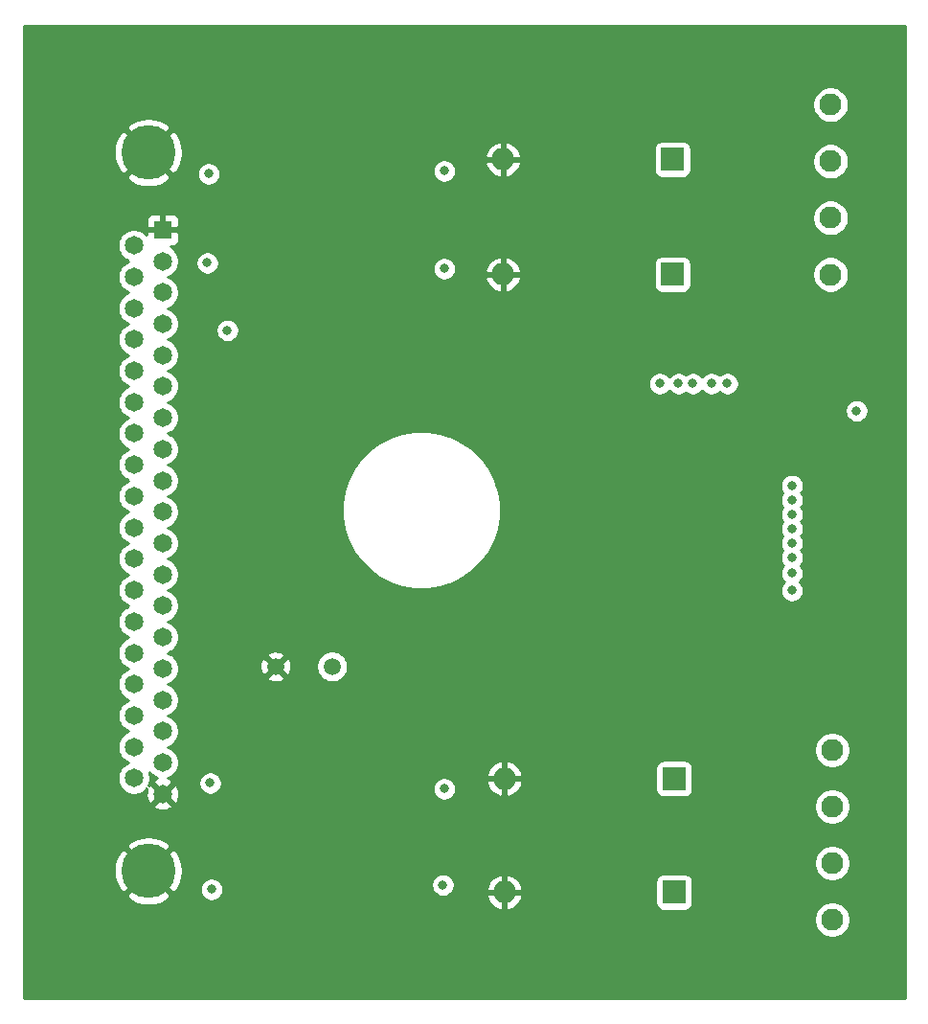
<source format=gbr>
%TF.GenerationSoftware,KiCad,Pcbnew,(5.1.10)-1*%
%TF.CreationDate,2021-11-30T13:01:00-06:00*%
%TF.ProjectId,Charges_KiCAD_Project,43686172-6765-4735-9f4b-694341445f50,rev?*%
%TF.SameCoordinates,Original*%
%TF.FileFunction,Copper,L2,Inr*%
%TF.FilePolarity,Positive*%
%FSLAX46Y46*%
G04 Gerber Fmt 4.6, Leading zero omitted, Abs format (unit mm)*
G04 Created by KiCad (PCBNEW (5.1.10)-1) date 2021-11-30 13:01:00*
%MOMM*%
%LPD*%
G01*
G04 APERTURE LIST*
%TA.AperFunction,ComponentPad*%
%ADD10C,4.800000*%
%TD*%
%TA.AperFunction,ComponentPad*%
%ADD11C,1.650000*%
%TD*%
%TA.AperFunction,ComponentPad*%
%ADD12R,1.650000X1.650000*%
%TD*%
%TA.AperFunction,ComponentPad*%
%ADD13C,1.950000*%
%TD*%
%TA.AperFunction,ComponentPad*%
%ADD14C,1.500000*%
%TD*%
%TA.AperFunction,ComponentPad*%
%ADD15O,2.000000X2.000000*%
%TD*%
%TA.AperFunction,ComponentPad*%
%ADD16R,2.000000X2.000000*%
%TD*%
%TA.AperFunction,ViaPad*%
%ADD17C,0.800000*%
%TD*%
%TA.AperFunction,Conductor*%
%ADD18C,0.254000*%
%TD*%
%TA.AperFunction,Conductor*%
%ADD19C,0.100000*%
%TD*%
G04 APERTURE END LIST*
D10*
%TO.N,GND*%
%TO.C,J3*%
X108585000Y-127800000D03*
X108585000Y-64300000D03*
D11*
%TO.N,+5V*%
X107315000Y-119595000D03*
%TO.N,Net-(J3-Pad36)*%
X107315000Y-116825000D03*
%TO.N,Net-(J3-Pad35)*%
X107315000Y-114055000D03*
%TO.N,Net-(J3-Pad34)*%
X107315000Y-111285000D03*
%TO.N,Net-(J3-Pad33)*%
X107315000Y-108515000D03*
%TO.N,Net-(J3-Pad32)*%
X107315000Y-105745000D03*
%TO.N,Net-(J3-Pad31)*%
X107315000Y-102975000D03*
%TO.N,Net-(J3-Pad30)*%
X107315000Y-100205000D03*
%TO.N,Net-(J3-Pad29)*%
X107315000Y-97435000D03*
%TO.N,Net-(J3-Pad28)*%
X107315000Y-94665000D03*
%TO.N,Net-(J3-Pad27)*%
X107315000Y-91895000D03*
%TO.N,/Fire_Redundant*%
X107315000Y-89125000D03*
%TO.N,/NRST*%
X107315000Y-86355000D03*
%TO.N,/Alert_sda*%
X107315000Y-83585000D03*
%TO.N,/SWCLK*%
X107315000Y-80815000D03*
%TO.N,/Sheet61A437B4/t_clk*%
X107315000Y-78045000D03*
%TO.N,/Sheet61A437B4/t_mosi*%
X107315000Y-75275000D03*
%TO.N,+5V*%
X107315000Y-72505000D03*
%TO.N,GND*%
X109855000Y-120980000D03*
%TO.N,+3V3*%
X109855000Y-118210000D03*
%TO.N,Net-(J3-Pad17)*%
X109855000Y-115440000D03*
%TO.N,Net-(J3-Pad16)*%
X109855000Y-112670000D03*
%TO.N,Net-(J3-Pad15)*%
X109855000Y-109900000D03*
%TO.N,Net-(J3-Pad14)*%
X109855000Y-107130000D03*
%TO.N,Net-(J3-Pad13)*%
X109855000Y-104360000D03*
%TO.N,Net-(J3-Pad12)*%
X109855000Y-101590000D03*
%TO.N,Net-(J3-Pad11)*%
X109855000Y-98820000D03*
%TO.N,Net-(J3-Pad10)*%
X109855000Y-96050000D03*
%TO.N,Net-(J3-Pad9)*%
X109855000Y-93280000D03*
%TO.N,Net-(J3-Pad8)*%
X109855000Y-90510000D03*
%TO.N,/Fire*%
X109855000Y-87740000D03*
%TO.N,/Alert_Active*%
X109855000Y-84970000D03*
%TO.N,/Alert_scl*%
X109855000Y-82200000D03*
%TO.N,/SWDIO*%
X109855000Y-79430000D03*
%TO.N,/Sheet61A437B4/t_miso*%
X109855000Y-76660000D03*
%TO.N,+3V3*%
X109855000Y-73890000D03*
D12*
%TO.N,GND*%
X109855000Y-71120000D03*
%TD*%
D13*
%TO.N,Net-(J2-Pad4)*%
%TO.C,J2*%
X169037000Y-132094000D03*
%TO.N,/Fet_D*%
X169037000Y-127094000D03*
%TO.N,Net-(J2-Pad2)*%
X169037000Y-122094000D03*
%TO.N,/Fet_C*%
X169037000Y-117094000D03*
%TD*%
%TO.N,Net-(J1-Pad4)*%
%TO.C,J1*%
X168910000Y-75071000D03*
%TO.N,/Fet_B*%
X168910000Y-70071000D03*
%TO.N,Net-(J1-Pad2)*%
X168910000Y-65071000D03*
%TO.N,/Fet_A*%
X168910000Y-60071000D03*
%TD*%
D14*
%TO.N,GND*%
%TO.C,IC1*%
X119841000Y-109728000D03*
%TO.N,/Buzzer_Excitation*%
X124841000Y-109728000D03*
%TD*%
D15*
%TO.N,GND*%
%TO.C,C4*%
X140067000Y-129667000D03*
D16*
%TO.N,Net-(C4-Pad1)*%
X155067000Y-129667000D03*
%TD*%
D15*
%TO.N,GND*%
%TO.C,C3*%
X140067000Y-119634000D03*
D16*
%TO.N,Net-(C3-Pad1)*%
X155067000Y-119634000D03*
%TD*%
D15*
%TO.N,GND*%
%TO.C,C2*%
X139940000Y-75057000D03*
D16*
%TO.N,Net-(C2-Pad1)*%
X154940000Y-75057000D03*
%TD*%
D15*
%TO.N,GND*%
%TO.C,C1*%
X139940000Y-64897000D03*
D16*
%TO.N,Net-(C1-Pad1)*%
X154940000Y-64897000D03*
%TD*%
D17*
%TO.N,GND*%
X171196000Y-94107000D03*
X141478000Y-82677000D03*
X115570000Y-86487000D03*
X157607000Y-114427000D03*
%TO.N,+3V3*%
X171196000Y-87122000D03*
X115570000Y-80010000D03*
%TO.N,/Fire_D*%
X114173000Y-129413000D03*
X165481000Y-101473000D03*
%TO.N,/Fire_C*%
X114046000Y-120015000D03*
X165481000Y-100076000D03*
%TO.N,/Fire_B*%
X165481000Y-96266000D03*
X113792000Y-74041000D03*
%TO.N,/Fire_A*%
X113919000Y-66167000D03*
X165481000Y-94996000D03*
%TO.N,/Sense_D*%
X165481000Y-98806000D03*
X134620000Y-129032000D03*
%TO.N,/Sense_C*%
X134747000Y-120523000D03*
X165481000Y-102997000D03*
%TO.N,/Sense_B*%
X134747000Y-74549000D03*
X165481000Y-93726000D03*
%TO.N,/Sense_A*%
X134747000Y-65913000D03*
X165481000Y-97536000D03*
%TO.N,/Alert_Active*%
X153797000Y-84709000D03*
%TO.N,/SWCLK*%
X158369000Y-84709000D03*
%TO.N,/SWDIO*%
X159766000Y-84709000D03*
%TO.N,/Alert_sda*%
X155448000Y-84709000D03*
%TO.N,/Alert_scl*%
X156718000Y-84709000D03*
%TD*%
D18*
%TO.N,GND*%
X175489000Y-139040000D02*
X97561000Y-139040000D01*
X97561000Y-131935429D01*
X167427000Y-131935429D01*
X167427000Y-132252571D01*
X167488871Y-132563620D01*
X167610237Y-132856621D01*
X167786431Y-133120315D01*
X168010685Y-133344569D01*
X168274379Y-133520763D01*
X168567380Y-133642129D01*
X168878429Y-133704000D01*
X169195571Y-133704000D01*
X169506620Y-133642129D01*
X169799621Y-133520763D01*
X170063315Y-133344569D01*
X170287569Y-133120315D01*
X170463763Y-132856621D01*
X170585129Y-132563620D01*
X170647000Y-132252571D01*
X170647000Y-131935429D01*
X170585129Y-131624380D01*
X170463763Y-131331379D01*
X170287569Y-131067685D01*
X170063315Y-130843431D01*
X169799621Y-130667237D01*
X169506620Y-130545871D01*
X169195571Y-130484000D01*
X168878429Y-130484000D01*
X168567380Y-130545871D01*
X168274379Y-130667237D01*
X168010685Y-130843431D01*
X167786431Y-131067685D01*
X167610237Y-131331379D01*
X167488871Y-131624380D01*
X167427000Y-131935429D01*
X97561000Y-131935429D01*
X97561000Y-129932029D01*
X106632576Y-129932029D01*
X106896740Y-130339755D01*
X107424661Y-130620317D01*
X107997173Y-130792496D01*
X108592275Y-130849676D01*
X109187098Y-130789658D01*
X109758782Y-130614750D01*
X110273260Y-130339755D01*
X110537424Y-129932029D01*
X108585000Y-127979605D01*
X106632576Y-129932029D01*
X97561000Y-129932029D01*
X97561000Y-127807275D01*
X105535324Y-127807275D01*
X105595342Y-128402098D01*
X105770250Y-128973782D01*
X106045245Y-129488260D01*
X106452971Y-129752424D01*
X108405395Y-127800000D01*
X108764605Y-127800000D01*
X110717029Y-129752424D01*
X111124755Y-129488260D01*
X111218926Y-129311061D01*
X113138000Y-129311061D01*
X113138000Y-129514939D01*
X113177774Y-129714898D01*
X113255795Y-129903256D01*
X113369063Y-130072774D01*
X113513226Y-130216937D01*
X113682744Y-130330205D01*
X113871102Y-130408226D01*
X114071061Y-130448000D01*
X114274939Y-130448000D01*
X114474898Y-130408226D01*
X114663256Y-130330205D01*
X114832774Y-130216937D01*
X114976937Y-130072774D01*
X115090205Y-129903256D01*
X115168226Y-129714898D01*
X115208000Y-129514939D01*
X115208000Y-129311061D01*
X115168226Y-129111102D01*
X115093236Y-128930061D01*
X133585000Y-128930061D01*
X133585000Y-129133939D01*
X133624774Y-129333898D01*
X133702795Y-129522256D01*
X133816063Y-129691774D01*
X133960226Y-129835937D01*
X134129744Y-129949205D01*
X134318102Y-130027226D01*
X134518061Y-130067000D01*
X134721939Y-130067000D01*
X134820304Y-130047434D01*
X138476876Y-130047434D01*
X138533498Y-130234107D01*
X138673601Y-130522382D01*
X138867252Y-130777785D01*
X139107008Y-130990501D01*
X139383656Y-131152356D01*
X139686565Y-131257129D01*
X139940000Y-131138315D01*
X139940000Y-129794000D01*
X140194000Y-129794000D01*
X140194000Y-131138315D01*
X140447435Y-131257129D01*
X140750344Y-131152356D01*
X141026992Y-130990501D01*
X141266748Y-130777785D01*
X141460399Y-130522382D01*
X141600502Y-130234107D01*
X141657124Y-130047434D01*
X141537777Y-129794000D01*
X140194000Y-129794000D01*
X139940000Y-129794000D01*
X138596223Y-129794000D01*
X138476876Y-130047434D01*
X134820304Y-130047434D01*
X134921898Y-130027226D01*
X135110256Y-129949205D01*
X135279774Y-129835937D01*
X135423937Y-129691774D01*
X135537205Y-129522256D01*
X135615226Y-129333898D01*
X135624640Y-129286566D01*
X138476876Y-129286566D01*
X138596223Y-129540000D01*
X139940000Y-129540000D01*
X139940000Y-128195685D01*
X140194000Y-128195685D01*
X140194000Y-129540000D01*
X141537777Y-129540000D01*
X141657124Y-129286566D01*
X141600502Y-129099893D01*
X141460399Y-128811618D01*
X141350748Y-128667000D01*
X153428928Y-128667000D01*
X153428928Y-130667000D01*
X153441188Y-130791482D01*
X153477498Y-130911180D01*
X153536463Y-131021494D01*
X153615815Y-131118185D01*
X153712506Y-131197537D01*
X153822820Y-131256502D01*
X153942518Y-131292812D01*
X154067000Y-131305072D01*
X156067000Y-131305072D01*
X156191482Y-131292812D01*
X156311180Y-131256502D01*
X156421494Y-131197537D01*
X156518185Y-131118185D01*
X156597537Y-131021494D01*
X156656502Y-130911180D01*
X156692812Y-130791482D01*
X156705072Y-130667000D01*
X156705072Y-128667000D01*
X156692812Y-128542518D01*
X156656502Y-128422820D01*
X156597537Y-128312506D01*
X156518185Y-128215815D01*
X156421494Y-128136463D01*
X156311180Y-128077498D01*
X156191482Y-128041188D01*
X156067000Y-128028928D01*
X154067000Y-128028928D01*
X153942518Y-128041188D01*
X153822820Y-128077498D01*
X153712506Y-128136463D01*
X153615815Y-128215815D01*
X153536463Y-128312506D01*
X153477498Y-128422820D01*
X153441188Y-128542518D01*
X153428928Y-128667000D01*
X141350748Y-128667000D01*
X141266748Y-128556215D01*
X141026992Y-128343499D01*
X140750344Y-128181644D01*
X140447435Y-128076871D01*
X140194000Y-128195685D01*
X139940000Y-128195685D01*
X139686565Y-128076871D01*
X139383656Y-128181644D01*
X139107008Y-128343499D01*
X138867252Y-128556215D01*
X138673601Y-128811618D01*
X138533498Y-129099893D01*
X138476876Y-129286566D01*
X135624640Y-129286566D01*
X135655000Y-129133939D01*
X135655000Y-128930061D01*
X135615226Y-128730102D01*
X135537205Y-128541744D01*
X135423937Y-128372226D01*
X135279774Y-128228063D01*
X135110256Y-128114795D01*
X134921898Y-128036774D01*
X134721939Y-127997000D01*
X134518061Y-127997000D01*
X134318102Y-128036774D01*
X134129744Y-128114795D01*
X133960226Y-128228063D01*
X133816063Y-128372226D01*
X133702795Y-128541744D01*
X133624774Y-128730102D01*
X133585000Y-128930061D01*
X115093236Y-128930061D01*
X115090205Y-128922744D01*
X114976937Y-128753226D01*
X114832774Y-128609063D01*
X114663256Y-128495795D01*
X114474898Y-128417774D01*
X114274939Y-128378000D01*
X114071061Y-128378000D01*
X113871102Y-128417774D01*
X113682744Y-128495795D01*
X113513226Y-128609063D01*
X113369063Y-128753226D01*
X113255795Y-128922744D01*
X113177774Y-129111102D01*
X113138000Y-129311061D01*
X111218926Y-129311061D01*
X111405317Y-128960339D01*
X111577496Y-128387827D01*
X111634676Y-127792725D01*
X111574658Y-127197902D01*
X111494354Y-126935429D01*
X167427000Y-126935429D01*
X167427000Y-127252571D01*
X167488871Y-127563620D01*
X167610237Y-127856621D01*
X167786431Y-128120315D01*
X168010685Y-128344569D01*
X168274379Y-128520763D01*
X168567380Y-128642129D01*
X168878429Y-128704000D01*
X169195571Y-128704000D01*
X169506620Y-128642129D01*
X169799621Y-128520763D01*
X170063315Y-128344569D01*
X170287569Y-128120315D01*
X170463763Y-127856621D01*
X170585129Y-127563620D01*
X170647000Y-127252571D01*
X170647000Y-126935429D01*
X170585129Y-126624380D01*
X170463763Y-126331379D01*
X170287569Y-126067685D01*
X170063315Y-125843431D01*
X169799621Y-125667237D01*
X169506620Y-125545871D01*
X169195571Y-125484000D01*
X168878429Y-125484000D01*
X168567380Y-125545871D01*
X168274379Y-125667237D01*
X168010685Y-125843431D01*
X167786431Y-126067685D01*
X167610237Y-126331379D01*
X167488871Y-126624380D01*
X167427000Y-126935429D01*
X111494354Y-126935429D01*
X111399750Y-126626218D01*
X111124755Y-126111740D01*
X110717029Y-125847576D01*
X108764605Y-127800000D01*
X108405395Y-127800000D01*
X106452971Y-125847576D01*
X106045245Y-126111740D01*
X105764683Y-126639661D01*
X105592504Y-127212173D01*
X105535324Y-127807275D01*
X97561000Y-127807275D01*
X97561000Y-125667971D01*
X106632576Y-125667971D01*
X108585000Y-127620395D01*
X110537424Y-125667971D01*
X110273260Y-125260245D01*
X109745339Y-124979683D01*
X109172827Y-124807504D01*
X108577725Y-124750324D01*
X107982902Y-124810342D01*
X107411218Y-124985250D01*
X106896740Y-125260245D01*
X106632576Y-125667971D01*
X97561000Y-125667971D01*
X97561000Y-121990551D01*
X109024054Y-121990551D01*
X109098663Y-122237073D01*
X109358439Y-122360473D01*
X109637297Y-122430823D01*
X109924521Y-122445417D01*
X110209074Y-122403697D01*
X110480020Y-122307265D01*
X110611337Y-122237073D01*
X110685946Y-121990551D01*
X110630824Y-121935429D01*
X167427000Y-121935429D01*
X167427000Y-122252571D01*
X167488871Y-122563620D01*
X167610237Y-122856621D01*
X167786431Y-123120315D01*
X168010685Y-123344569D01*
X168274379Y-123520763D01*
X168567380Y-123642129D01*
X168878429Y-123704000D01*
X169195571Y-123704000D01*
X169506620Y-123642129D01*
X169799621Y-123520763D01*
X170063315Y-123344569D01*
X170287569Y-123120315D01*
X170463763Y-122856621D01*
X170585129Y-122563620D01*
X170647000Y-122252571D01*
X170647000Y-121935429D01*
X170585129Y-121624380D01*
X170463763Y-121331379D01*
X170287569Y-121067685D01*
X170063315Y-120843431D01*
X169799621Y-120667237D01*
X169506620Y-120545871D01*
X169195571Y-120484000D01*
X168878429Y-120484000D01*
X168567380Y-120545871D01*
X168274379Y-120667237D01*
X168010685Y-120843431D01*
X167786431Y-121067685D01*
X167610237Y-121331379D01*
X167488871Y-121624380D01*
X167427000Y-121935429D01*
X110630824Y-121935429D01*
X109855000Y-121159605D01*
X109024054Y-121990551D01*
X97561000Y-121990551D01*
X97561000Y-72361203D01*
X105855000Y-72361203D01*
X105855000Y-72648797D01*
X105911107Y-72930866D01*
X106021165Y-73196569D01*
X106180944Y-73435696D01*
X106384304Y-73639056D01*
X106623431Y-73798835D01*
X106843522Y-73890000D01*
X106623431Y-73981165D01*
X106384304Y-74140944D01*
X106180944Y-74344304D01*
X106021165Y-74583431D01*
X105911107Y-74849134D01*
X105855000Y-75131203D01*
X105855000Y-75418797D01*
X105911107Y-75700866D01*
X106021165Y-75966569D01*
X106180944Y-76205696D01*
X106384304Y-76409056D01*
X106623431Y-76568835D01*
X106843522Y-76660000D01*
X106623431Y-76751165D01*
X106384304Y-76910944D01*
X106180944Y-77114304D01*
X106021165Y-77353431D01*
X105911107Y-77619134D01*
X105855000Y-77901203D01*
X105855000Y-78188797D01*
X105911107Y-78470866D01*
X106021165Y-78736569D01*
X106180944Y-78975696D01*
X106384304Y-79179056D01*
X106623431Y-79338835D01*
X106843522Y-79430000D01*
X106623431Y-79521165D01*
X106384304Y-79680944D01*
X106180944Y-79884304D01*
X106021165Y-80123431D01*
X105911107Y-80389134D01*
X105855000Y-80671203D01*
X105855000Y-80958797D01*
X105911107Y-81240866D01*
X106021165Y-81506569D01*
X106180944Y-81745696D01*
X106384304Y-81949056D01*
X106623431Y-82108835D01*
X106843522Y-82200000D01*
X106623431Y-82291165D01*
X106384304Y-82450944D01*
X106180944Y-82654304D01*
X106021165Y-82893431D01*
X105911107Y-83159134D01*
X105855000Y-83441203D01*
X105855000Y-83728797D01*
X105911107Y-84010866D01*
X106021165Y-84276569D01*
X106180944Y-84515696D01*
X106384304Y-84719056D01*
X106623431Y-84878835D01*
X106843522Y-84970000D01*
X106623431Y-85061165D01*
X106384304Y-85220944D01*
X106180944Y-85424304D01*
X106021165Y-85663431D01*
X105911107Y-85929134D01*
X105855000Y-86211203D01*
X105855000Y-86498797D01*
X105911107Y-86780866D01*
X106021165Y-87046569D01*
X106180944Y-87285696D01*
X106384304Y-87489056D01*
X106623431Y-87648835D01*
X106843522Y-87740000D01*
X106623431Y-87831165D01*
X106384304Y-87990944D01*
X106180944Y-88194304D01*
X106021165Y-88433431D01*
X105911107Y-88699134D01*
X105855000Y-88981203D01*
X105855000Y-89268797D01*
X105911107Y-89550866D01*
X106021165Y-89816569D01*
X106180944Y-90055696D01*
X106384304Y-90259056D01*
X106623431Y-90418835D01*
X106843522Y-90510000D01*
X106623431Y-90601165D01*
X106384304Y-90760944D01*
X106180944Y-90964304D01*
X106021165Y-91203431D01*
X105911107Y-91469134D01*
X105855000Y-91751203D01*
X105855000Y-92038797D01*
X105911107Y-92320866D01*
X106021165Y-92586569D01*
X106180944Y-92825696D01*
X106384304Y-93029056D01*
X106623431Y-93188835D01*
X106843522Y-93280000D01*
X106623431Y-93371165D01*
X106384304Y-93530944D01*
X106180944Y-93734304D01*
X106021165Y-93973431D01*
X105911107Y-94239134D01*
X105855000Y-94521203D01*
X105855000Y-94808797D01*
X105911107Y-95090866D01*
X106021165Y-95356569D01*
X106180944Y-95595696D01*
X106384304Y-95799056D01*
X106623431Y-95958835D01*
X106843522Y-96050000D01*
X106623431Y-96141165D01*
X106384304Y-96300944D01*
X106180944Y-96504304D01*
X106021165Y-96743431D01*
X105911107Y-97009134D01*
X105855000Y-97291203D01*
X105855000Y-97578797D01*
X105911107Y-97860866D01*
X106021165Y-98126569D01*
X106180944Y-98365696D01*
X106384304Y-98569056D01*
X106623431Y-98728835D01*
X106843522Y-98820000D01*
X106623431Y-98911165D01*
X106384304Y-99070944D01*
X106180944Y-99274304D01*
X106021165Y-99513431D01*
X105911107Y-99779134D01*
X105855000Y-100061203D01*
X105855000Y-100348797D01*
X105911107Y-100630866D01*
X106021165Y-100896569D01*
X106180944Y-101135696D01*
X106384304Y-101339056D01*
X106623431Y-101498835D01*
X106843522Y-101590000D01*
X106623431Y-101681165D01*
X106384304Y-101840944D01*
X106180944Y-102044304D01*
X106021165Y-102283431D01*
X105911107Y-102549134D01*
X105855000Y-102831203D01*
X105855000Y-103118797D01*
X105911107Y-103400866D01*
X106021165Y-103666569D01*
X106180944Y-103905696D01*
X106384304Y-104109056D01*
X106623431Y-104268835D01*
X106843522Y-104360000D01*
X106623431Y-104451165D01*
X106384304Y-104610944D01*
X106180944Y-104814304D01*
X106021165Y-105053431D01*
X105911107Y-105319134D01*
X105855000Y-105601203D01*
X105855000Y-105888797D01*
X105911107Y-106170866D01*
X106021165Y-106436569D01*
X106180944Y-106675696D01*
X106384304Y-106879056D01*
X106623431Y-107038835D01*
X106843522Y-107130000D01*
X106623431Y-107221165D01*
X106384304Y-107380944D01*
X106180944Y-107584304D01*
X106021165Y-107823431D01*
X105911107Y-108089134D01*
X105855000Y-108371203D01*
X105855000Y-108658797D01*
X105911107Y-108940866D01*
X106021165Y-109206569D01*
X106180944Y-109445696D01*
X106384304Y-109649056D01*
X106623431Y-109808835D01*
X106843522Y-109900000D01*
X106623431Y-109991165D01*
X106384304Y-110150944D01*
X106180944Y-110354304D01*
X106021165Y-110593431D01*
X105911107Y-110859134D01*
X105855000Y-111141203D01*
X105855000Y-111428797D01*
X105911107Y-111710866D01*
X106021165Y-111976569D01*
X106180944Y-112215696D01*
X106384304Y-112419056D01*
X106623431Y-112578835D01*
X106843522Y-112670000D01*
X106623431Y-112761165D01*
X106384304Y-112920944D01*
X106180944Y-113124304D01*
X106021165Y-113363431D01*
X105911107Y-113629134D01*
X105855000Y-113911203D01*
X105855000Y-114198797D01*
X105911107Y-114480866D01*
X106021165Y-114746569D01*
X106180944Y-114985696D01*
X106384304Y-115189056D01*
X106623431Y-115348835D01*
X106843522Y-115440000D01*
X106623431Y-115531165D01*
X106384304Y-115690944D01*
X106180944Y-115894304D01*
X106021165Y-116133431D01*
X105911107Y-116399134D01*
X105855000Y-116681203D01*
X105855000Y-116968797D01*
X105911107Y-117250866D01*
X106021165Y-117516569D01*
X106180944Y-117755696D01*
X106384304Y-117959056D01*
X106623431Y-118118835D01*
X106843522Y-118210000D01*
X106623431Y-118301165D01*
X106384304Y-118460944D01*
X106180944Y-118664304D01*
X106021165Y-118903431D01*
X105911107Y-119169134D01*
X105855000Y-119451203D01*
X105855000Y-119738797D01*
X105911107Y-120020866D01*
X106021165Y-120286569D01*
X106180944Y-120525696D01*
X106384304Y-120729056D01*
X106623431Y-120888835D01*
X106889134Y-120998893D01*
X107171203Y-121055000D01*
X107458797Y-121055000D01*
X107740866Y-120998893D01*
X108006569Y-120888835D01*
X108245696Y-120729056D01*
X108449056Y-120525696D01*
X108472850Y-120490085D01*
X108404177Y-120762297D01*
X108389583Y-121049521D01*
X108431303Y-121334074D01*
X108527735Y-121605020D01*
X108597927Y-121736337D01*
X108844449Y-121810946D01*
X109675395Y-120980000D01*
X110034605Y-120980000D01*
X110865551Y-121810946D01*
X111112073Y-121736337D01*
X111235473Y-121476561D01*
X111305823Y-121197703D01*
X111320417Y-120910479D01*
X111278697Y-120625926D01*
X111182265Y-120354980D01*
X111112073Y-120223663D01*
X110865551Y-120149054D01*
X110034605Y-120980000D01*
X109675395Y-120980000D01*
X108844449Y-120149054D01*
X108640190Y-120210872D01*
X108718893Y-120020866D01*
X108775000Y-119738797D01*
X108775000Y-119451203D01*
X108718893Y-119169134D01*
X108684556Y-119086237D01*
X108720944Y-119140696D01*
X108924304Y-119344056D01*
X109163431Y-119503835D01*
X109387532Y-119596661D01*
X109229980Y-119652735D01*
X109098663Y-119722927D01*
X109024054Y-119969449D01*
X109855000Y-120800395D01*
X110685946Y-119969449D01*
X110668881Y-119913061D01*
X113011000Y-119913061D01*
X113011000Y-120116939D01*
X113050774Y-120316898D01*
X113128795Y-120505256D01*
X113242063Y-120674774D01*
X113386226Y-120818937D01*
X113555744Y-120932205D01*
X113744102Y-121010226D01*
X113944061Y-121050000D01*
X114147939Y-121050000D01*
X114347898Y-121010226D01*
X114536256Y-120932205D01*
X114705774Y-120818937D01*
X114849937Y-120674774D01*
X114963205Y-120505256D01*
X114998079Y-120421061D01*
X133712000Y-120421061D01*
X133712000Y-120624939D01*
X133751774Y-120824898D01*
X133829795Y-121013256D01*
X133943063Y-121182774D01*
X134087226Y-121326937D01*
X134256744Y-121440205D01*
X134445102Y-121518226D01*
X134645061Y-121558000D01*
X134848939Y-121558000D01*
X135048898Y-121518226D01*
X135237256Y-121440205D01*
X135406774Y-121326937D01*
X135550937Y-121182774D01*
X135664205Y-121013256D01*
X135742226Y-120824898D01*
X135782000Y-120624939D01*
X135782000Y-120421061D01*
X135742226Y-120221102D01*
X135664205Y-120032744D01*
X135651971Y-120014434D01*
X138476876Y-120014434D01*
X138533498Y-120201107D01*
X138673601Y-120489382D01*
X138867252Y-120744785D01*
X139107008Y-120957501D01*
X139383656Y-121119356D01*
X139686565Y-121224129D01*
X139940000Y-121105315D01*
X139940000Y-119761000D01*
X140194000Y-119761000D01*
X140194000Y-121105315D01*
X140447435Y-121224129D01*
X140750344Y-121119356D01*
X141026992Y-120957501D01*
X141266748Y-120744785D01*
X141460399Y-120489382D01*
X141600502Y-120201107D01*
X141657124Y-120014434D01*
X141537777Y-119761000D01*
X140194000Y-119761000D01*
X139940000Y-119761000D01*
X138596223Y-119761000D01*
X138476876Y-120014434D01*
X135651971Y-120014434D01*
X135550937Y-119863226D01*
X135406774Y-119719063D01*
X135237256Y-119605795D01*
X135048898Y-119527774D01*
X134848939Y-119488000D01*
X134645061Y-119488000D01*
X134445102Y-119527774D01*
X134256744Y-119605795D01*
X134087226Y-119719063D01*
X133943063Y-119863226D01*
X133829795Y-120032744D01*
X133751774Y-120221102D01*
X133712000Y-120421061D01*
X114998079Y-120421061D01*
X115041226Y-120316898D01*
X115081000Y-120116939D01*
X115081000Y-119913061D01*
X115041226Y-119713102D01*
X114963205Y-119524744D01*
X114849937Y-119355226D01*
X114748277Y-119253566D01*
X138476876Y-119253566D01*
X138596223Y-119507000D01*
X139940000Y-119507000D01*
X139940000Y-118162685D01*
X140194000Y-118162685D01*
X140194000Y-119507000D01*
X141537777Y-119507000D01*
X141657124Y-119253566D01*
X141600502Y-119066893D01*
X141460399Y-118778618D01*
X141350748Y-118634000D01*
X153428928Y-118634000D01*
X153428928Y-120634000D01*
X153441188Y-120758482D01*
X153477498Y-120878180D01*
X153536463Y-120988494D01*
X153615815Y-121085185D01*
X153712506Y-121164537D01*
X153822820Y-121223502D01*
X153942518Y-121259812D01*
X154067000Y-121272072D01*
X156067000Y-121272072D01*
X156191482Y-121259812D01*
X156311180Y-121223502D01*
X156421494Y-121164537D01*
X156518185Y-121085185D01*
X156597537Y-120988494D01*
X156656502Y-120878180D01*
X156692812Y-120758482D01*
X156705072Y-120634000D01*
X156705072Y-118634000D01*
X156692812Y-118509518D01*
X156656502Y-118389820D01*
X156597537Y-118279506D01*
X156518185Y-118182815D01*
X156421494Y-118103463D01*
X156311180Y-118044498D01*
X156191482Y-118008188D01*
X156067000Y-117995928D01*
X154067000Y-117995928D01*
X153942518Y-118008188D01*
X153822820Y-118044498D01*
X153712506Y-118103463D01*
X153615815Y-118182815D01*
X153536463Y-118279506D01*
X153477498Y-118389820D01*
X153441188Y-118509518D01*
X153428928Y-118634000D01*
X141350748Y-118634000D01*
X141266748Y-118523215D01*
X141026992Y-118310499D01*
X140750344Y-118148644D01*
X140447435Y-118043871D01*
X140194000Y-118162685D01*
X139940000Y-118162685D01*
X139686565Y-118043871D01*
X139383656Y-118148644D01*
X139107008Y-118310499D01*
X138867252Y-118523215D01*
X138673601Y-118778618D01*
X138533498Y-119066893D01*
X138476876Y-119253566D01*
X114748277Y-119253566D01*
X114705774Y-119211063D01*
X114536256Y-119097795D01*
X114347898Y-119019774D01*
X114147939Y-118980000D01*
X113944061Y-118980000D01*
X113744102Y-119019774D01*
X113555744Y-119097795D01*
X113386226Y-119211063D01*
X113242063Y-119355226D01*
X113128795Y-119524744D01*
X113050774Y-119713102D01*
X113011000Y-119913061D01*
X110668881Y-119913061D01*
X110611337Y-119722927D01*
X110351561Y-119599527D01*
X110329180Y-119593881D01*
X110546569Y-119503835D01*
X110785696Y-119344056D01*
X110989056Y-119140696D01*
X111148835Y-118901569D01*
X111258893Y-118635866D01*
X111315000Y-118353797D01*
X111315000Y-118066203D01*
X111258893Y-117784134D01*
X111148835Y-117518431D01*
X110989056Y-117279304D01*
X110785696Y-117075944D01*
X110575400Y-116935429D01*
X167427000Y-116935429D01*
X167427000Y-117252571D01*
X167488871Y-117563620D01*
X167610237Y-117856621D01*
X167786431Y-118120315D01*
X168010685Y-118344569D01*
X168274379Y-118520763D01*
X168567380Y-118642129D01*
X168878429Y-118704000D01*
X169195571Y-118704000D01*
X169506620Y-118642129D01*
X169799621Y-118520763D01*
X170063315Y-118344569D01*
X170287569Y-118120315D01*
X170463763Y-117856621D01*
X170585129Y-117563620D01*
X170647000Y-117252571D01*
X170647000Y-116935429D01*
X170585129Y-116624380D01*
X170463763Y-116331379D01*
X170287569Y-116067685D01*
X170063315Y-115843431D01*
X169799621Y-115667237D01*
X169506620Y-115545871D01*
X169195571Y-115484000D01*
X168878429Y-115484000D01*
X168567380Y-115545871D01*
X168274379Y-115667237D01*
X168010685Y-115843431D01*
X167786431Y-116067685D01*
X167610237Y-116331379D01*
X167488871Y-116624380D01*
X167427000Y-116935429D01*
X110575400Y-116935429D01*
X110546569Y-116916165D01*
X110326478Y-116825000D01*
X110546569Y-116733835D01*
X110785696Y-116574056D01*
X110989056Y-116370696D01*
X111148835Y-116131569D01*
X111258893Y-115865866D01*
X111315000Y-115583797D01*
X111315000Y-115296203D01*
X111258893Y-115014134D01*
X111148835Y-114748431D01*
X110989056Y-114509304D01*
X110785696Y-114305944D01*
X110546569Y-114146165D01*
X110326478Y-114055000D01*
X110546569Y-113963835D01*
X110785696Y-113804056D01*
X110989056Y-113600696D01*
X111148835Y-113361569D01*
X111258893Y-113095866D01*
X111315000Y-112813797D01*
X111315000Y-112526203D01*
X111258893Y-112244134D01*
X111148835Y-111978431D01*
X110989056Y-111739304D01*
X110785696Y-111535944D01*
X110546569Y-111376165D01*
X110326478Y-111285000D01*
X110546569Y-111193835D01*
X110785696Y-111034056D01*
X110989056Y-110830696D01*
X111086411Y-110684993D01*
X119063612Y-110684993D01*
X119129137Y-110923860D01*
X119376116Y-111039760D01*
X119640960Y-111105250D01*
X119913492Y-111117812D01*
X120183238Y-111076965D01*
X120439832Y-110984277D01*
X120552863Y-110923860D01*
X120618388Y-110684993D01*
X119841000Y-109907605D01*
X119063612Y-110684993D01*
X111086411Y-110684993D01*
X111148835Y-110591569D01*
X111258893Y-110325866D01*
X111315000Y-110043797D01*
X111315000Y-109800492D01*
X118451188Y-109800492D01*
X118492035Y-110070238D01*
X118584723Y-110326832D01*
X118645140Y-110439863D01*
X118884007Y-110505388D01*
X119661395Y-109728000D01*
X120020605Y-109728000D01*
X120797993Y-110505388D01*
X121036860Y-110439863D01*
X121152760Y-110192884D01*
X121218250Y-109928040D01*
X121230812Y-109655508D01*
X121221133Y-109591589D01*
X123456000Y-109591589D01*
X123456000Y-109864411D01*
X123509225Y-110131989D01*
X123613629Y-110384043D01*
X123765201Y-110610886D01*
X123958114Y-110803799D01*
X124184957Y-110955371D01*
X124437011Y-111059775D01*
X124704589Y-111113000D01*
X124977411Y-111113000D01*
X125244989Y-111059775D01*
X125497043Y-110955371D01*
X125723886Y-110803799D01*
X125916799Y-110610886D01*
X126068371Y-110384043D01*
X126172775Y-110131989D01*
X126226000Y-109864411D01*
X126226000Y-109591589D01*
X126172775Y-109324011D01*
X126068371Y-109071957D01*
X125916799Y-108845114D01*
X125723886Y-108652201D01*
X125497043Y-108500629D01*
X125244989Y-108396225D01*
X124977411Y-108343000D01*
X124704589Y-108343000D01*
X124437011Y-108396225D01*
X124184957Y-108500629D01*
X123958114Y-108652201D01*
X123765201Y-108845114D01*
X123613629Y-109071957D01*
X123509225Y-109324011D01*
X123456000Y-109591589D01*
X121221133Y-109591589D01*
X121189965Y-109385762D01*
X121097277Y-109129168D01*
X121036860Y-109016137D01*
X120797993Y-108950612D01*
X120020605Y-109728000D01*
X119661395Y-109728000D01*
X118884007Y-108950612D01*
X118645140Y-109016137D01*
X118529240Y-109263116D01*
X118463750Y-109527960D01*
X118451188Y-109800492D01*
X111315000Y-109800492D01*
X111315000Y-109756203D01*
X111258893Y-109474134D01*
X111148835Y-109208431D01*
X110989056Y-108969304D01*
X110790759Y-108771007D01*
X119063612Y-108771007D01*
X119841000Y-109548395D01*
X120618388Y-108771007D01*
X120552863Y-108532140D01*
X120305884Y-108416240D01*
X120041040Y-108350750D01*
X119768508Y-108338188D01*
X119498762Y-108379035D01*
X119242168Y-108471723D01*
X119129137Y-108532140D01*
X119063612Y-108771007D01*
X110790759Y-108771007D01*
X110785696Y-108765944D01*
X110546569Y-108606165D01*
X110326478Y-108515000D01*
X110546569Y-108423835D01*
X110785696Y-108264056D01*
X110989056Y-108060696D01*
X111148835Y-107821569D01*
X111258893Y-107555866D01*
X111315000Y-107273797D01*
X111315000Y-106986203D01*
X111258893Y-106704134D01*
X111148835Y-106438431D01*
X110989056Y-106199304D01*
X110785696Y-105995944D01*
X110546569Y-105836165D01*
X110326478Y-105745000D01*
X110546569Y-105653835D01*
X110785696Y-105494056D01*
X110989056Y-105290696D01*
X111148835Y-105051569D01*
X111258893Y-104785866D01*
X111315000Y-104503797D01*
X111315000Y-104216203D01*
X111258893Y-103934134D01*
X111148835Y-103668431D01*
X110989056Y-103429304D01*
X110785696Y-103225944D01*
X110546569Y-103066165D01*
X110326478Y-102975000D01*
X110546569Y-102883835D01*
X110785696Y-102724056D01*
X110989056Y-102520696D01*
X111148835Y-102281569D01*
X111258893Y-102015866D01*
X111315000Y-101733797D01*
X111315000Y-101446203D01*
X111258893Y-101164134D01*
X111148835Y-100898431D01*
X110989056Y-100659304D01*
X110785696Y-100455944D01*
X110546569Y-100296165D01*
X110326478Y-100205000D01*
X110546569Y-100113835D01*
X110785696Y-99954056D01*
X110989056Y-99750696D01*
X111148835Y-99511569D01*
X111258893Y-99245866D01*
X111315000Y-98963797D01*
X111315000Y-98676203D01*
X111258893Y-98394134D01*
X111148835Y-98128431D01*
X110989056Y-97889304D01*
X110785696Y-97685944D01*
X110546569Y-97526165D01*
X110326478Y-97435000D01*
X110546569Y-97343835D01*
X110785696Y-97184056D01*
X110989056Y-96980696D01*
X111148835Y-96741569D01*
X111258893Y-96475866D01*
X111315000Y-96193797D01*
X111315000Y-95906203D01*
X111258893Y-95624134D01*
X111148835Y-95358431D01*
X111132132Y-95333433D01*
X125706671Y-95333433D01*
X125706671Y-96436567D01*
X125879239Y-97526121D01*
X126220127Y-98575265D01*
X126720940Y-99558165D01*
X127369346Y-100450620D01*
X128149380Y-101230654D01*
X129041835Y-101879060D01*
X130024735Y-102379873D01*
X131073879Y-102720761D01*
X132163433Y-102893329D01*
X133266567Y-102893329D01*
X134356121Y-102720761D01*
X135405265Y-102379873D01*
X136388165Y-101879060D01*
X137280620Y-101230654D01*
X138060654Y-100450620D01*
X138709060Y-99558165D01*
X139209873Y-98575265D01*
X139550761Y-97526121D01*
X139723329Y-96436567D01*
X139723329Y-95333433D01*
X139550761Y-94243879D01*
X139349370Y-93624061D01*
X164446000Y-93624061D01*
X164446000Y-93827939D01*
X164485774Y-94027898D01*
X164563795Y-94216256D01*
X164660510Y-94361000D01*
X164563795Y-94505744D01*
X164485774Y-94694102D01*
X164446000Y-94894061D01*
X164446000Y-95097939D01*
X164485774Y-95297898D01*
X164563795Y-95486256D01*
X164660510Y-95631000D01*
X164563795Y-95775744D01*
X164485774Y-95964102D01*
X164446000Y-96164061D01*
X164446000Y-96367939D01*
X164485774Y-96567898D01*
X164563795Y-96756256D01*
X164660510Y-96901000D01*
X164563795Y-97045744D01*
X164485774Y-97234102D01*
X164446000Y-97434061D01*
X164446000Y-97637939D01*
X164485774Y-97837898D01*
X164563795Y-98026256D01*
X164660510Y-98171000D01*
X164563795Y-98315744D01*
X164485774Y-98504102D01*
X164446000Y-98704061D01*
X164446000Y-98907939D01*
X164485774Y-99107898D01*
X164563795Y-99296256D01*
X164660510Y-99441000D01*
X164563795Y-99585744D01*
X164485774Y-99774102D01*
X164446000Y-99974061D01*
X164446000Y-100177939D01*
X164485774Y-100377898D01*
X164563795Y-100566256D01*
X164677063Y-100735774D01*
X164715789Y-100774500D01*
X164677063Y-100813226D01*
X164563795Y-100982744D01*
X164485774Y-101171102D01*
X164446000Y-101371061D01*
X164446000Y-101574939D01*
X164485774Y-101774898D01*
X164563795Y-101963256D01*
X164677063Y-102132774D01*
X164779289Y-102235000D01*
X164677063Y-102337226D01*
X164563795Y-102506744D01*
X164485774Y-102695102D01*
X164446000Y-102895061D01*
X164446000Y-103098939D01*
X164485774Y-103298898D01*
X164563795Y-103487256D01*
X164677063Y-103656774D01*
X164821226Y-103800937D01*
X164990744Y-103914205D01*
X165179102Y-103992226D01*
X165379061Y-104032000D01*
X165582939Y-104032000D01*
X165782898Y-103992226D01*
X165971256Y-103914205D01*
X166140774Y-103800937D01*
X166284937Y-103656774D01*
X166398205Y-103487256D01*
X166476226Y-103298898D01*
X166516000Y-103098939D01*
X166516000Y-102895061D01*
X166476226Y-102695102D01*
X166398205Y-102506744D01*
X166284937Y-102337226D01*
X166182711Y-102235000D01*
X166284937Y-102132774D01*
X166398205Y-101963256D01*
X166476226Y-101774898D01*
X166516000Y-101574939D01*
X166516000Y-101371061D01*
X166476226Y-101171102D01*
X166398205Y-100982744D01*
X166284937Y-100813226D01*
X166246211Y-100774500D01*
X166284937Y-100735774D01*
X166398205Y-100566256D01*
X166476226Y-100377898D01*
X166516000Y-100177939D01*
X166516000Y-99974061D01*
X166476226Y-99774102D01*
X166398205Y-99585744D01*
X166301490Y-99441000D01*
X166398205Y-99296256D01*
X166476226Y-99107898D01*
X166516000Y-98907939D01*
X166516000Y-98704061D01*
X166476226Y-98504102D01*
X166398205Y-98315744D01*
X166301490Y-98171000D01*
X166398205Y-98026256D01*
X166476226Y-97837898D01*
X166516000Y-97637939D01*
X166516000Y-97434061D01*
X166476226Y-97234102D01*
X166398205Y-97045744D01*
X166301490Y-96901000D01*
X166398205Y-96756256D01*
X166476226Y-96567898D01*
X166516000Y-96367939D01*
X166516000Y-96164061D01*
X166476226Y-95964102D01*
X166398205Y-95775744D01*
X166301490Y-95631000D01*
X166398205Y-95486256D01*
X166476226Y-95297898D01*
X166516000Y-95097939D01*
X166516000Y-94894061D01*
X166476226Y-94694102D01*
X166398205Y-94505744D01*
X166301490Y-94361000D01*
X166398205Y-94216256D01*
X166476226Y-94027898D01*
X166516000Y-93827939D01*
X166516000Y-93624061D01*
X166476226Y-93424102D01*
X166398205Y-93235744D01*
X166284937Y-93066226D01*
X166140774Y-92922063D01*
X165971256Y-92808795D01*
X165782898Y-92730774D01*
X165582939Y-92691000D01*
X165379061Y-92691000D01*
X165179102Y-92730774D01*
X164990744Y-92808795D01*
X164821226Y-92922063D01*
X164677063Y-93066226D01*
X164563795Y-93235744D01*
X164485774Y-93424102D01*
X164446000Y-93624061D01*
X139349370Y-93624061D01*
X139209873Y-93194735D01*
X138709060Y-92211835D01*
X138060654Y-91319380D01*
X137280620Y-90539346D01*
X136388165Y-89890940D01*
X135405265Y-89390127D01*
X134356121Y-89049239D01*
X133266567Y-88876671D01*
X132163433Y-88876671D01*
X131073879Y-89049239D01*
X130024735Y-89390127D01*
X129041835Y-89890940D01*
X128149380Y-90539346D01*
X127369346Y-91319380D01*
X126720940Y-92211835D01*
X126220127Y-93194735D01*
X125879239Y-94243879D01*
X125706671Y-95333433D01*
X111132132Y-95333433D01*
X110989056Y-95119304D01*
X110785696Y-94915944D01*
X110546569Y-94756165D01*
X110326478Y-94665000D01*
X110546569Y-94573835D01*
X110785696Y-94414056D01*
X110989056Y-94210696D01*
X111148835Y-93971569D01*
X111258893Y-93705866D01*
X111315000Y-93423797D01*
X111315000Y-93136203D01*
X111258893Y-92854134D01*
X111148835Y-92588431D01*
X110989056Y-92349304D01*
X110785696Y-92145944D01*
X110546569Y-91986165D01*
X110326478Y-91895000D01*
X110546569Y-91803835D01*
X110785696Y-91644056D01*
X110989056Y-91440696D01*
X111148835Y-91201569D01*
X111258893Y-90935866D01*
X111315000Y-90653797D01*
X111315000Y-90366203D01*
X111258893Y-90084134D01*
X111148835Y-89818431D01*
X110989056Y-89579304D01*
X110785696Y-89375944D01*
X110546569Y-89216165D01*
X110326478Y-89125000D01*
X110546569Y-89033835D01*
X110785696Y-88874056D01*
X110989056Y-88670696D01*
X111148835Y-88431569D01*
X111258893Y-88165866D01*
X111315000Y-87883797D01*
X111315000Y-87596203D01*
X111258893Y-87314134D01*
X111148835Y-87048431D01*
X111129879Y-87020061D01*
X170161000Y-87020061D01*
X170161000Y-87223939D01*
X170200774Y-87423898D01*
X170278795Y-87612256D01*
X170392063Y-87781774D01*
X170536226Y-87925937D01*
X170705744Y-88039205D01*
X170894102Y-88117226D01*
X171094061Y-88157000D01*
X171297939Y-88157000D01*
X171497898Y-88117226D01*
X171686256Y-88039205D01*
X171855774Y-87925937D01*
X171999937Y-87781774D01*
X172113205Y-87612256D01*
X172191226Y-87423898D01*
X172231000Y-87223939D01*
X172231000Y-87020061D01*
X172191226Y-86820102D01*
X172113205Y-86631744D01*
X171999937Y-86462226D01*
X171855774Y-86318063D01*
X171686256Y-86204795D01*
X171497898Y-86126774D01*
X171297939Y-86087000D01*
X171094061Y-86087000D01*
X170894102Y-86126774D01*
X170705744Y-86204795D01*
X170536226Y-86318063D01*
X170392063Y-86462226D01*
X170278795Y-86631744D01*
X170200774Y-86820102D01*
X170161000Y-87020061D01*
X111129879Y-87020061D01*
X110989056Y-86809304D01*
X110785696Y-86605944D01*
X110546569Y-86446165D01*
X110326478Y-86355000D01*
X110546569Y-86263835D01*
X110785696Y-86104056D01*
X110989056Y-85900696D01*
X111148835Y-85661569D01*
X111258893Y-85395866D01*
X111315000Y-85113797D01*
X111315000Y-84826203D01*
X111271410Y-84607061D01*
X152762000Y-84607061D01*
X152762000Y-84810939D01*
X152801774Y-85010898D01*
X152879795Y-85199256D01*
X152993063Y-85368774D01*
X153137226Y-85512937D01*
X153306744Y-85626205D01*
X153495102Y-85704226D01*
X153695061Y-85744000D01*
X153898939Y-85744000D01*
X154098898Y-85704226D01*
X154287256Y-85626205D01*
X154456774Y-85512937D01*
X154600937Y-85368774D01*
X154622500Y-85336503D01*
X154644063Y-85368774D01*
X154788226Y-85512937D01*
X154957744Y-85626205D01*
X155146102Y-85704226D01*
X155346061Y-85744000D01*
X155549939Y-85744000D01*
X155749898Y-85704226D01*
X155938256Y-85626205D01*
X156083000Y-85529490D01*
X156227744Y-85626205D01*
X156416102Y-85704226D01*
X156616061Y-85744000D01*
X156819939Y-85744000D01*
X157019898Y-85704226D01*
X157208256Y-85626205D01*
X157377774Y-85512937D01*
X157521937Y-85368774D01*
X157543500Y-85336503D01*
X157565063Y-85368774D01*
X157709226Y-85512937D01*
X157878744Y-85626205D01*
X158067102Y-85704226D01*
X158267061Y-85744000D01*
X158470939Y-85744000D01*
X158670898Y-85704226D01*
X158859256Y-85626205D01*
X159028774Y-85512937D01*
X159067500Y-85474211D01*
X159106226Y-85512937D01*
X159275744Y-85626205D01*
X159464102Y-85704226D01*
X159664061Y-85744000D01*
X159867939Y-85744000D01*
X160067898Y-85704226D01*
X160256256Y-85626205D01*
X160425774Y-85512937D01*
X160569937Y-85368774D01*
X160683205Y-85199256D01*
X160761226Y-85010898D01*
X160801000Y-84810939D01*
X160801000Y-84607061D01*
X160761226Y-84407102D01*
X160683205Y-84218744D01*
X160569937Y-84049226D01*
X160425774Y-83905063D01*
X160256256Y-83791795D01*
X160067898Y-83713774D01*
X159867939Y-83674000D01*
X159664061Y-83674000D01*
X159464102Y-83713774D01*
X159275744Y-83791795D01*
X159106226Y-83905063D01*
X159067500Y-83943789D01*
X159028774Y-83905063D01*
X158859256Y-83791795D01*
X158670898Y-83713774D01*
X158470939Y-83674000D01*
X158267061Y-83674000D01*
X158067102Y-83713774D01*
X157878744Y-83791795D01*
X157709226Y-83905063D01*
X157565063Y-84049226D01*
X157543500Y-84081497D01*
X157521937Y-84049226D01*
X157377774Y-83905063D01*
X157208256Y-83791795D01*
X157019898Y-83713774D01*
X156819939Y-83674000D01*
X156616061Y-83674000D01*
X156416102Y-83713774D01*
X156227744Y-83791795D01*
X156083000Y-83888510D01*
X155938256Y-83791795D01*
X155749898Y-83713774D01*
X155549939Y-83674000D01*
X155346061Y-83674000D01*
X155146102Y-83713774D01*
X154957744Y-83791795D01*
X154788226Y-83905063D01*
X154644063Y-84049226D01*
X154622500Y-84081497D01*
X154600937Y-84049226D01*
X154456774Y-83905063D01*
X154287256Y-83791795D01*
X154098898Y-83713774D01*
X153898939Y-83674000D01*
X153695061Y-83674000D01*
X153495102Y-83713774D01*
X153306744Y-83791795D01*
X153137226Y-83905063D01*
X152993063Y-84049226D01*
X152879795Y-84218744D01*
X152801774Y-84407102D01*
X152762000Y-84607061D01*
X111271410Y-84607061D01*
X111258893Y-84544134D01*
X111148835Y-84278431D01*
X110989056Y-84039304D01*
X110785696Y-83835944D01*
X110546569Y-83676165D01*
X110326478Y-83585000D01*
X110546569Y-83493835D01*
X110785696Y-83334056D01*
X110989056Y-83130696D01*
X111148835Y-82891569D01*
X111258893Y-82625866D01*
X111315000Y-82343797D01*
X111315000Y-82056203D01*
X111258893Y-81774134D01*
X111148835Y-81508431D01*
X110989056Y-81269304D01*
X110785696Y-81065944D01*
X110546569Y-80906165D01*
X110326478Y-80815000D01*
X110546569Y-80723835D01*
X110785696Y-80564056D01*
X110989056Y-80360696D01*
X111148835Y-80121569D01*
X111237273Y-79908061D01*
X114535000Y-79908061D01*
X114535000Y-80111939D01*
X114574774Y-80311898D01*
X114652795Y-80500256D01*
X114766063Y-80669774D01*
X114910226Y-80813937D01*
X115079744Y-80927205D01*
X115268102Y-81005226D01*
X115468061Y-81045000D01*
X115671939Y-81045000D01*
X115871898Y-81005226D01*
X116060256Y-80927205D01*
X116229774Y-80813937D01*
X116373937Y-80669774D01*
X116487205Y-80500256D01*
X116565226Y-80311898D01*
X116605000Y-80111939D01*
X116605000Y-79908061D01*
X116565226Y-79708102D01*
X116487205Y-79519744D01*
X116373937Y-79350226D01*
X116229774Y-79206063D01*
X116060256Y-79092795D01*
X115871898Y-79014774D01*
X115671939Y-78975000D01*
X115468061Y-78975000D01*
X115268102Y-79014774D01*
X115079744Y-79092795D01*
X114910226Y-79206063D01*
X114766063Y-79350226D01*
X114652795Y-79519744D01*
X114574774Y-79708102D01*
X114535000Y-79908061D01*
X111237273Y-79908061D01*
X111258893Y-79855866D01*
X111315000Y-79573797D01*
X111315000Y-79286203D01*
X111258893Y-79004134D01*
X111148835Y-78738431D01*
X110989056Y-78499304D01*
X110785696Y-78295944D01*
X110546569Y-78136165D01*
X110326478Y-78045000D01*
X110546569Y-77953835D01*
X110785696Y-77794056D01*
X110989056Y-77590696D01*
X111148835Y-77351569D01*
X111258893Y-77085866D01*
X111315000Y-76803797D01*
X111315000Y-76516203D01*
X111258893Y-76234134D01*
X111148835Y-75968431D01*
X110989056Y-75729304D01*
X110785696Y-75525944D01*
X110546569Y-75366165D01*
X110326478Y-75275000D01*
X110546569Y-75183835D01*
X110785696Y-75024056D01*
X110989056Y-74820696D01*
X111148835Y-74581569D01*
X111258893Y-74315866D01*
X111315000Y-74033797D01*
X111315000Y-73939061D01*
X112757000Y-73939061D01*
X112757000Y-74142939D01*
X112796774Y-74342898D01*
X112874795Y-74531256D01*
X112988063Y-74700774D01*
X113132226Y-74844937D01*
X113301744Y-74958205D01*
X113490102Y-75036226D01*
X113690061Y-75076000D01*
X113893939Y-75076000D01*
X114093898Y-75036226D01*
X114282256Y-74958205D01*
X114451774Y-74844937D01*
X114595937Y-74700774D01*
X114709205Y-74531256D01*
X114744079Y-74447061D01*
X133712000Y-74447061D01*
X133712000Y-74650939D01*
X133751774Y-74850898D01*
X133829795Y-75039256D01*
X133943063Y-75208774D01*
X134087226Y-75352937D01*
X134256744Y-75466205D01*
X134445102Y-75544226D01*
X134645061Y-75584000D01*
X134848939Y-75584000D01*
X135048898Y-75544226D01*
X135237256Y-75466205D01*
X135280314Y-75437434D01*
X138349876Y-75437434D01*
X138406498Y-75624107D01*
X138546601Y-75912382D01*
X138740252Y-76167785D01*
X138980008Y-76380501D01*
X139256656Y-76542356D01*
X139559565Y-76647129D01*
X139813000Y-76528315D01*
X139813000Y-75184000D01*
X140067000Y-75184000D01*
X140067000Y-76528315D01*
X140320435Y-76647129D01*
X140623344Y-76542356D01*
X140899992Y-76380501D01*
X141139748Y-76167785D01*
X141333399Y-75912382D01*
X141473502Y-75624107D01*
X141530124Y-75437434D01*
X141410777Y-75184000D01*
X140067000Y-75184000D01*
X139813000Y-75184000D01*
X138469223Y-75184000D01*
X138349876Y-75437434D01*
X135280314Y-75437434D01*
X135406774Y-75352937D01*
X135550937Y-75208774D01*
X135664205Y-75039256D01*
X135742226Y-74850898D01*
X135776902Y-74676566D01*
X138349876Y-74676566D01*
X138469223Y-74930000D01*
X139813000Y-74930000D01*
X139813000Y-73585685D01*
X140067000Y-73585685D01*
X140067000Y-74930000D01*
X141410777Y-74930000D01*
X141530124Y-74676566D01*
X141473502Y-74489893D01*
X141333399Y-74201618D01*
X141223748Y-74057000D01*
X153301928Y-74057000D01*
X153301928Y-76057000D01*
X153314188Y-76181482D01*
X153350498Y-76301180D01*
X153409463Y-76411494D01*
X153488815Y-76508185D01*
X153585506Y-76587537D01*
X153695820Y-76646502D01*
X153815518Y-76682812D01*
X153940000Y-76695072D01*
X155940000Y-76695072D01*
X156064482Y-76682812D01*
X156184180Y-76646502D01*
X156294494Y-76587537D01*
X156391185Y-76508185D01*
X156470537Y-76411494D01*
X156529502Y-76301180D01*
X156565812Y-76181482D01*
X156578072Y-76057000D01*
X156578072Y-74912429D01*
X167300000Y-74912429D01*
X167300000Y-75229571D01*
X167361871Y-75540620D01*
X167483237Y-75833621D01*
X167659431Y-76097315D01*
X167883685Y-76321569D01*
X168147379Y-76497763D01*
X168440380Y-76619129D01*
X168751429Y-76681000D01*
X169068571Y-76681000D01*
X169379620Y-76619129D01*
X169672621Y-76497763D01*
X169936315Y-76321569D01*
X170160569Y-76097315D01*
X170336763Y-75833621D01*
X170458129Y-75540620D01*
X170520000Y-75229571D01*
X170520000Y-74912429D01*
X170458129Y-74601380D01*
X170336763Y-74308379D01*
X170160569Y-74044685D01*
X169936315Y-73820431D01*
X169672621Y-73644237D01*
X169379620Y-73522871D01*
X169068571Y-73461000D01*
X168751429Y-73461000D01*
X168440380Y-73522871D01*
X168147379Y-73644237D01*
X167883685Y-73820431D01*
X167659431Y-74044685D01*
X167483237Y-74308379D01*
X167361871Y-74601380D01*
X167300000Y-74912429D01*
X156578072Y-74912429D01*
X156578072Y-74057000D01*
X156565812Y-73932518D01*
X156529502Y-73812820D01*
X156470537Y-73702506D01*
X156391185Y-73605815D01*
X156294494Y-73526463D01*
X156184180Y-73467498D01*
X156064482Y-73431188D01*
X155940000Y-73418928D01*
X153940000Y-73418928D01*
X153815518Y-73431188D01*
X153695820Y-73467498D01*
X153585506Y-73526463D01*
X153488815Y-73605815D01*
X153409463Y-73702506D01*
X153350498Y-73812820D01*
X153314188Y-73932518D01*
X153301928Y-74057000D01*
X141223748Y-74057000D01*
X141139748Y-73946215D01*
X140899992Y-73733499D01*
X140623344Y-73571644D01*
X140320435Y-73466871D01*
X140067000Y-73585685D01*
X139813000Y-73585685D01*
X139559565Y-73466871D01*
X139256656Y-73571644D01*
X138980008Y-73733499D01*
X138740252Y-73946215D01*
X138546601Y-74201618D01*
X138406498Y-74489893D01*
X138349876Y-74676566D01*
X135776902Y-74676566D01*
X135782000Y-74650939D01*
X135782000Y-74447061D01*
X135742226Y-74247102D01*
X135664205Y-74058744D01*
X135550937Y-73889226D01*
X135406774Y-73745063D01*
X135237256Y-73631795D01*
X135048898Y-73553774D01*
X134848939Y-73514000D01*
X134645061Y-73514000D01*
X134445102Y-73553774D01*
X134256744Y-73631795D01*
X134087226Y-73745063D01*
X133943063Y-73889226D01*
X133829795Y-74058744D01*
X133751774Y-74247102D01*
X133712000Y-74447061D01*
X114744079Y-74447061D01*
X114787226Y-74342898D01*
X114827000Y-74142939D01*
X114827000Y-73939061D01*
X114787226Y-73739102D01*
X114709205Y-73550744D01*
X114595937Y-73381226D01*
X114451774Y-73237063D01*
X114282256Y-73123795D01*
X114093898Y-73045774D01*
X113893939Y-73006000D01*
X113690061Y-73006000D01*
X113490102Y-73045774D01*
X113301744Y-73123795D01*
X113132226Y-73237063D01*
X112988063Y-73381226D01*
X112874795Y-73550744D01*
X112796774Y-73739102D01*
X112757000Y-73939061D01*
X111315000Y-73939061D01*
X111315000Y-73746203D01*
X111258893Y-73464134D01*
X111148835Y-73198431D01*
X110989056Y-72959304D01*
X110785696Y-72755944D01*
X110546569Y-72596165D01*
X110512658Y-72582119D01*
X110680000Y-72583072D01*
X110804482Y-72570812D01*
X110924180Y-72534502D01*
X111034494Y-72475537D01*
X111131185Y-72396185D01*
X111210537Y-72299494D01*
X111269502Y-72189180D01*
X111305812Y-72069482D01*
X111318072Y-71945000D01*
X111315000Y-71405750D01*
X111156250Y-71247000D01*
X109982000Y-71247000D01*
X109982000Y-71267000D01*
X109728000Y-71267000D01*
X109728000Y-71247000D01*
X108553750Y-71247000D01*
X108395000Y-71405750D01*
X108394351Y-71519599D01*
X108245696Y-71370944D01*
X108006569Y-71211165D01*
X107740866Y-71101107D01*
X107458797Y-71045000D01*
X107171203Y-71045000D01*
X106889134Y-71101107D01*
X106623431Y-71211165D01*
X106384304Y-71370944D01*
X106180944Y-71574304D01*
X106021165Y-71813431D01*
X105911107Y-72079134D01*
X105855000Y-72361203D01*
X97561000Y-72361203D01*
X97561000Y-70295000D01*
X108391928Y-70295000D01*
X108395000Y-70834250D01*
X108553750Y-70993000D01*
X109728000Y-70993000D01*
X109728000Y-69818750D01*
X109982000Y-69818750D01*
X109982000Y-70993000D01*
X111156250Y-70993000D01*
X111315000Y-70834250D01*
X111318072Y-70295000D01*
X111305812Y-70170518D01*
X111269502Y-70050820D01*
X111210537Y-69940506D01*
X111187495Y-69912429D01*
X167300000Y-69912429D01*
X167300000Y-70229571D01*
X167361871Y-70540620D01*
X167483237Y-70833621D01*
X167659431Y-71097315D01*
X167883685Y-71321569D01*
X168147379Y-71497763D01*
X168440380Y-71619129D01*
X168751429Y-71681000D01*
X169068571Y-71681000D01*
X169379620Y-71619129D01*
X169672621Y-71497763D01*
X169936315Y-71321569D01*
X170160569Y-71097315D01*
X170336763Y-70833621D01*
X170458129Y-70540620D01*
X170520000Y-70229571D01*
X170520000Y-69912429D01*
X170458129Y-69601380D01*
X170336763Y-69308379D01*
X170160569Y-69044685D01*
X169936315Y-68820431D01*
X169672621Y-68644237D01*
X169379620Y-68522871D01*
X169068571Y-68461000D01*
X168751429Y-68461000D01*
X168440380Y-68522871D01*
X168147379Y-68644237D01*
X167883685Y-68820431D01*
X167659431Y-69044685D01*
X167483237Y-69308379D01*
X167361871Y-69601380D01*
X167300000Y-69912429D01*
X111187495Y-69912429D01*
X111131185Y-69843815D01*
X111034494Y-69764463D01*
X110924180Y-69705498D01*
X110804482Y-69669188D01*
X110680000Y-69656928D01*
X110140750Y-69660000D01*
X109982000Y-69818750D01*
X109728000Y-69818750D01*
X109569250Y-69660000D01*
X109030000Y-69656928D01*
X108905518Y-69669188D01*
X108785820Y-69705498D01*
X108675506Y-69764463D01*
X108578815Y-69843815D01*
X108499463Y-69940506D01*
X108440498Y-70050820D01*
X108404188Y-70170518D01*
X108391928Y-70295000D01*
X97561000Y-70295000D01*
X97561000Y-66432029D01*
X106632576Y-66432029D01*
X106896740Y-66839755D01*
X107424661Y-67120317D01*
X107997173Y-67292496D01*
X108592275Y-67349676D01*
X109187098Y-67289658D01*
X109758782Y-67114750D01*
X110273260Y-66839755D01*
X110537424Y-66432029D01*
X108585000Y-64479605D01*
X106632576Y-66432029D01*
X97561000Y-66432029D01*
X97561000Y-64307275D01*
X105535324Y-64307275D01*
X105595342Y-64902098D01*
X105770250Y-65473782D01*
X106045245Y-65988260D01*
X106452971Y-66252424D01*
X108405395Y-64300000D01*
X108764605Y-64300000D01*
X110717029Y-66252424D01*
X111006215Y-66065061D01*
X112884000Y-66065061D01*
X112884000Y-66268939D01*
X112923774Y-66468898D01*
X113001795Y-66657256D01*
X113115063Y-66826774D01*
X113259226Y-66970937D01*
X113428744Y-67084205D01*
X113617102Y-67162226D01*
X113817061Y-67202000D01*
X114020939Y-67202000D01*
X114220898Y-67162226D01*
X114409256Y-67084205D01*
X114578774Y-66970937D01*
X114722937Y-66826774D01*
X114836205Y-66657256D01*
X114914226Y-66468898D01*
X114954000Y-66268939D01*
X114954000Y-66065061D01*
X114914226Y-65865102D01*
X114891842Y-65811061D01*
X133712000Y-65811061D01*
X133712000Y-66014939D01*
X133751774Y-66214898D01*
X133829795Y-66403256D01*
X133943063Y-66572774D01*
X134087226Y-66716937D01*
X134256744Y-66830205D01*
X134445102Y-66908226D01*
X134645061Y-66948000D01*
X134848939Y-66948000D01*
X135048898Y-66908226D01*
X135237256Y-66830205D01*
X135406774Y-66716937D01*
X135550937Y-66572774D01*
X135664205Y-66403256D01*
X135742226Y-66214898D01*
X135782000Y-66014939D01*
X135782000Y-65811061D01*
X135742226Y-65611102D01*
X135664205Y-65422744D01*
X135567113Y-65277434D01*
X138349876Y-65277434D01*
X138406498Y-65464107D01*
X138546601Y-65752382D01*
X138740252Y-66007785D01*
X138980008Y-66220501D01*
X139256656Y-66382356D01*
X139559565Y-66487129D01*
X139813000Y-66368315D01*
X139813000Y-65024000D01*
X140067000Y-65024000D01*
X140067000Y-66368315D01*
X140320435Y-66487129D01*
X140623344Y-66382356D01*
X140899992Y-66220501D01*
X141139748Y-66007785D01*
X141333399Y-65752382D01*
X141473502Y-65464107D01*
X141530124Y-65277434D01*
X141410777Y-65024000D01*
X140067000Y-65024000D01*
X139813000Y-65024000D01*
X138469223Y-65024000D01*
X138349876Y-65277434D01*
X135567113Y-65277434D01*
X135550937Y-65253226D01*
X135406774Y-65109063D01*
X135237256Y-64995795D01*
X135048898Y-64917774D01*
X134848939Y-64878000D01*
X134645061Y-64878000D01*
X134445102Y-64917774D01*
X134256744Y-64995795D01*
X134087226Y-65109063D01*
X133943063Y-65253226D01*
X133829795Y-65422744D01*
X133751774Y-65611102D01*
X133712000Y-65811061D01*
X114891842Y-65811061D01*
X114836205Y-65676744D01*
X114722937Y-65507226D01*
X114578774Y-65363063D01*
X114409256Y-65249795D01*
X114220898Y-65171774D01*
X114020939Y-65132000D01*
X113817061Y-65132000D01*
X113617102Y-65171774D01*
X113428744Y-65249795D01*
X113259226Y-65363063D01*
X113115063Y-65507226D01*
X113001795Y-65676744D01*
X112923774Y-65865102D01*
X112884000Y-66065061D01*
X111006215Y-66065061D01*
X111124755Y-65988260D01*
X111405317Y-65460339D01*
X111577496Y-64887827D01*
X111613168Y-64516566D01*
X138349876Y-64516566D01*
X138469223Y-64770000D01*
X139813000Y-64770000D01*
X139813000Y-63425685D01*
X140067000Y-63425685D01*
X140067000Y-64770000D01*
X141410777Y-64770000D01*
X141530124Y-64516566D01*
X141473502Y-64329893D01*
X141333399Y-64041618D01*
X141223748Y-63897000D01*
X153301928Y-63897000D01*
X153301928Y-65897000D01*
X153314188Y-66021482D01*
X153350498Y-66141180D01*
X153409463Y-66251494D01*
X153488815Y-66348185D01*
X153585506Y-66427537D01*
X153695820Y-66486502D01*
X153815518Y-66522812D01*
X153940000Y-66535072D01*
X155940000Y-66535072D01*
X156064482Y-66522812D01*
X156184180Y-66486502D01*
X156294494Y-66427537D01*
X156391185Y-66348185D01*
X156470537Y-66251494D01*
X156529502Y-66141180D01*
X156565812Y-66021482D01*
X156578072Y-65897000D01*
X156578072Y-64912429D01*
X167300000Y-64912429D01*
X167300000Y-65229571D01*
X167361871Y-65540620D01*
X167483237Y-65833621D01*
X167659431Y-66097315D01*
X167883685Y-66321569D01*
X168147379Y-66497763D01*
X168440380Y-66619129D01*
X168751429Y-66681000D01*
X169068571Y-66681000D01*
X169379620Y-66619129D01*
X169672621Y-66497763D01*
X169936315Y-66321569D01*
X170160569Y-66097315D01*
X170336763Y-65833621D01*
X170458129Y-65540620D01*
X170520000Y-65229571D01*
X170520000Y-64912429D01*
X170458129Y-64601380D01*
X170336763Y-64308379D01*
X170160569Y-64044685D01*
X169936315Y-63820431D01*
X169672621Y-63644237D01*
X169379620Y-63522871D01*
X169068571Y-63461000D01*
X168751429Y-63461000D01*
X168440380Y-63522871D01*
X168147379Y-63644237D01*
X167883685Y-63820431D01*
X167659431Y-64044685D01*
X167483237Y-64308379D01*
X167361871Y-64601380D01*
X167300000Y-64912429D01*
X156578072Y-64912429D01*
X156578072Y-63897000D01*
X156565812Y-63772518D01*
X156529502Y-63652820D01*
X156470537Y-63542506D01*
X156391185Y-63445815D01*
X156294494Y-63366463D01*
X156184180Y-63307498D01*
X156064482Y-63271188D01*
X155940000Y-63258928D01*
X153940000Y-63258928D01*
X153815518Y-63271188D01*
X153695820Y-63307498D01*
X153585506Y-63366463D01*
X153488815Y-63445815D01*
X153409463Y-63542506D01*
X153350498Y-63652820D01*
X153314188Y-63772518D01*
X153301928Y-63897000D01*
X141223748Y-63897000D01*
X141139748Y-63786215D01*
X140899992Y-63573499D01*
X140623344Y-63411644D01*
X140320435Y-63306871D01*
X140067000Y-63425685D01*
X139813000Y-63425685D01*
X139559565Y-63306871D01*
X139256656Y-63411644D01*
X138980008Y-63573499D01*
X138740252Y-63786215D01*
X138546601Y-64041618D01*
X138406498Y-64329893D01*
X138349876Y-64516566D01*
X111613168Y-64516566D01*
X111634676Y-64292725D01*
X111574658Y-63697902D01*
X111399750Y-63126218D01*
X111124755Y-62611740D01*
X110717029Y-62347576D01*
X108764605Y-64300000D01*
X108405395Y-64300000D01*
X106452971Y-62347576D01*
X106045245Y-62611740D01*
X105764683Y-63139661D01*
X105592504Y-63712173D01*
X105535324Y-64307275D01*
X97561000Y-64307275D01*
X97561000Y-62167971D01*
X106632576Y-62167971D01*
X108585000Y-64120395D01*
X110537424Y-62167971D01*
X110273260Y-61760245D01*
X109745339Y-61479683D01*
X109172827Y-61307504D01*
X108577725Y-61250324D01*
X107982902Y-61310342D01*
X107411218Y-61485250D01*
X106896740Y-61760245D01*
X106632576Y-62167971D01*
X97561000Y-62167971D01*
X97561000Y-59912429D01*
X167300000Y-59912429D01*
X167300000Y-60229571D01*
X167361871Y-60540620D01*
X167483237Y-60833621D01*
X167659431Y-61097315D01*
X167883685Y-61321569D01*
X168147379Y-61497763D01*
X168440380Y-61619129D01*
X168751429Y-61681000D01*
X169068571Y-61681000D01*
X169379620Y-61619129D01*
X169672621Y-61497763D01*
X169936315Y-61321569D01*
X170160569Y-61097315D01*
X170336763Y-60833621D01*
X170458129Y-60540620D01*
X170520000Y-60229571D01*
X170520000Y-59912429D01*
X170458129Y-59601380D01*
X170336763Y-59308379D01*
X170160569Y-59044685D01*
X169936315Y-58820431D01*
X169672621Y-58644237D01*
X169379620Y-58522871D01*
X169068571Y-58461000D01*
X168751429Y-58461000D01*
X168440380Y-58522871D01*
X168147379Y-58644237D01*
X167883685Y-58820431D01*
X167659431Y-59044685D01*
X167483237Y-59308379D01*
X167361871Y-59601380D01*
X167300000Y-59912429D01*
X97561000Y-59912429D01*
X97561000Y-53111000D01*
X175489001Y-53111000D01*
X175489000Y-139040000D01*
%TA.AperFunction,Conductor*%
D19*
G36*
X175489000Y-139040000D02*
G01*
X97561000Y-139040000D01*
X97561000Y-131935429D01*
X167427000Y-131935429D01*
X167427000Y-132252571D01*
X167488871Y-132563620D01*
X167610237Y-132856621D01*
X167786431Y-133120315D01*
X168010685Y-133344569D01*
X168274379Y-133520763D01*
X168567380Y-133642129D01*
X168878429Y-133704000D01*
X169195571Y-133704000D01*
X169506620Y-133642129D01*
X169799621Y-133520763D01*
X170063315Y-133344569D01*
X170287569Y-133120315D01*
X170463763Y-132856621D01*
X170585129Y-132563620D01*
X170647000Y-132252571D01*
X170647000Y-131935429D01*
X170585129Y-131624380D01*
X170463763Y-131331379D01*
X170287569Y-131067685D01*
X170063315Y-130843431D01*
X169799621Y-130667237D01*
X169506620Y-130545871D01*
X169195571Y-130484000D01*
X168878429Y-130484000D01*
X168567380Y-130545871D01*
X168274379Y-130667237D01*
X168010685Y-130843431D01*
X167786431Y-131067685D01*
X167610237Y-131331379D01*
X167488871Y-131624380D01*
X167427000Y-131935429D01*
X97561000Y-131935429D01*
X97561000Y-129932029D01*
X106632576Y-129932029D01*
X106896740Y-130339755D01*
X107424661Y-130620317D01*
X107997173Y-130792496D01*
X108592275Y-130849676D01*
X109187098Y-130789658D01*
X109758782Y-130614750D01*
X110273260Y-130339755D01*
X110537424Y-129932029D01*
X108585000Y-127979605D01*
X106632576Y-129932029D01*
X97561000Y-129932029D01*
X97561000Y-127807275D01*
X105535324Y-127807275D01*
X105595342Y-128402098D01*
X105770250Y-128973782D01*
X106045245Y-129488260D01*
X106452971Y-129752424D01*
X108405395Y-127800000D01*
X108764605Y-127800000D01*
X110717029Y-129752424D01*
X111124755Y-129488260D01*
X111218926Y-129311061D01*
X113138000Y-129311061D01*
X113138000Y-129514939D01*
X113177774Y-129714898D01*
X113255795Y-129903256D01*
X113369063Y-130072774D01*
X113513226Y-130216937D01*
X113682744Y-130330205D01*
X113871102Y-130408226D01*
X114071061Y-130448000D01*
X114274939Y-130448000D01*
X114474898Y-130408226D01*
X114663256Y-130330205D01*
X114832774Y-130216937D01*
X114976937Y-130072774D01*
X115090205Y-129903256D01*
X115168226Y-129714898D01*
X115208000Y-129514939D01*
X115208000Y-129311061D01*
X115168226Y-129111102D01*
X115093236Y-128930061D01*
X133585000Y-128930061D01*
X133585000Y-129133939D01*
X133624774Y-129333898D01*
X133702795Y-129522256D01*
X133816063Y-129691774D01*
X133960226Y-129835937D01*
X134129744Y-129949205D01*
X134318102Y-130027226D01*
X134518061Y-130067000D01*
X134721939Y-130067000D01*
X134820304Y-130047434D01*
X138476876Y-130047434D01*
X138533498Y-130234107D01*
X138673601Y-130522382D01*
X138867252Y-130777785D01*
X139107008Y-130990501D01*
X139383656Y-131152356D01*
X139686565Y-131257129D01*
X139940000Y-131138315D01*
X139940000Y-129794000D01*
X140194000Y-129794000D01*
X140194000Y-131138315D01*
X140447435Y-131257129D01*
X140750344Y-131152356D01*
X141026992Y-130990501D01*
X141266748Y-130777785D01*
X141460399Y-130522382D01*
X141600502Y-130234107D01*
X141657124Y-130047434D01*
X141537777Y-129794000D01*
X140194000Y-129794000D01*
X139940000Y-129794000D01*
X138596223Y-129794000D01*
X138476876Y-130047434D01*
X134820304Y-130047434D01*
X134921898Y-130027226D01*
X135110256Y-129949205D01*
X135279774Y-129835937D01*
X135423937Y-129691774D01*
X135537205Y-129522256D01*
X135615226Y-129333898D01*
X135624640Y-129286566D01*
X138476876Y-129286566D01*
X138596223Y-129540000D01*
X139940000Y-129540000D01*
X139940000Y-128195685D01*
X140194000Y-128195685D01*
X140194000Y-129540000D01*
X141537777Y-129540000D01*
X141657124Y-129286566D01*
X141600502Y-129099893D01*
X141460399Y-128811618D01*
X141350748Y-128667000D01*
X153428928Y-128667000D01*
X153428928Y-130667000D01*
X153441188Y-130791482D01*
X153477498Y-130911180D01*
X153536463Y-131021494D01*
X153615815Y-131118185D01*
X153712506Y-131197537D01*
X153822820Y-131256502D01*
X153942518Y-131292812D01*
X154067000Y-131305072D01*
X156067000Y-131305072D01*
X156191482Y-131292812D01*
X156311180Y-131256502D01*
X156421494Y-131197537D01*
X156518185Y-131118185D01*
X156597537Y-131021494D01*
X156656502Y-130911180D01*
X156692812Y-130791482D01*
X156705072Y-130667000D01*
X156705072Y-128667000D01*
X156692812Y-128542518D01*
X156656502Y-128422820D01*
X156597537Y-128312506D01*
X156518185Y-128215815D01*
X156421494Y-128136463D01*
X156311180Y-128077498D01*
X156191482Y-128041188D01*
X156067000Y-128028928D01*
X154067000Y-128028928D01*
X153942518Y-128041188D01*
X153822820Y-128077498D01*
X153712506Y-128136463D01*
X153615815Y-128215815D01*
X153536463Y-128312506D01*
X153477498Y-128422820D01*
X153441188Y-128542518D01*
X153428928Y-128667000D01*
X141350748Y-128667000D01*
X141266748Y-128556215D01*
X141026992Y-128343499D01*
X140750344Y-128181644D01*
X140447435Y-128076871D01*
X140194000Y-128195685D01*
X139940000Y-128195685D01*
X139686565Y-128076871D01*
X139383656Y-128181644D01*
X139107008Y-128343499D01*
X138867252Y-128556215D01*
X138673601Y-128811618D01*
X138533498Y-129099893D01*
X138476876Y-129286566D01*
X135624640Y-129286566D01*
X135655000Y-129133939D01*
X135655000Y-128930061D01*
X135615226Y-128730102D01*
X135537205Y-128541744D01*
X135423937Y-128372226D01*
X135279774Y-128228063D01*
X135110256Y-128114795D01*
X134921898Y-128036774D01*
X134721939Y-127997000D01*
X134518061Y-127997000D01*
X134318102Y-128036774D01*
X134129744Y-128114795D01*
X133960226Y-128228063D01*
X133816063Y-128372226D01*
X133702795Y-128541744D01*
X133624774Y-128730102D01*
X133585000Y-128930061D01*
X115093236Y-128930061D01*
X115090205Y-128922744D01*
X114976937Y-128753226D01*
X114832774Y-128609063D01*
X114663256Y-128495795D01*
X114474898Y-128417774D01*
X114274939Y-128378000D01*
X114071061Y-128378000D01*
X113871102Y-128417774D01*
X113682744Y-128495795D01*
X113513226Y-128609063D01*
X113369063Y-128753226D01*
X113255795Y-128922744D01*
X113177774Y-129111102D01*
X113138000Y-129311061D01*
X111218926Y-129311061D01*
X111405317Y-128960339D01*
X111577496Y-128387827D01*
X111634676Y-127792725D01*
X111574658Y-127197902D01*
X111494354Y-126935429D01*
X167427000Y-126935429D01*
X167427000Y-127252571D01*
X167488871Y-127563620D01*
X167610237Y-127856621D01*
X167786431Y-128120315D01*
X168010685Y-128344569D01*
X168274379Y-128520763D01*
X168567380Y-128642129D01*
X168878429Y-128704000D01*
X169195571Y-128704000D01*
X169506620Y-128642129D01*
X169799621Y-128520763D01*
X170063315Y-128344569D01*
X170287569Y-128120315D01*
X170463763Y-127856621D01*
X170585129Y-127563620D01*
X170647000Y-127252571D01*
X170647000Y-126935429D01*
X170585129Y-126624380D01*
X170463763Y-126331379D01*
X170287569Y-126067685D01*
X170063315Y-125843431D01*
X169799621Y-125667237D01*
X169506620Y-125545871D01*
X169195571Y-125484000D01*
X168878429Y-125484000D01*
X168567380Y-125545871D01*
X168274379Y-125667237D01*
X168010685Y-125843431D01*
X167786431Y-126067685D01*
X167610237Y-126331379D01*
X167488871Y-126624380D01*
X167427000Y-126935429D01*
X111494354Y-126935429D01*
X111399750Y-126626218D01*
X111124755Y-126111740D01*
X110717029Y-125847576D01*
X108764605Y-127800000D01*
X108405395Y-127800000D01*
X106452971Y-125847576D01*
X106045245Y-126111740D01*
X105764683Y-126639661D01*
X105592504Y-127212173D01*
X105535324Y-127807275D01*
X97561000Y-127807275D01*
X97561000Y-125667971D01*
X106632576Y-125667971D01*
X108585000Y-127620395D01*
X110537424Y-125667971D01*
X110273260Y-125260245D01*
X109745339Y-124979683D01*
X109172827Y-124807504D01*
X108577725Y-124750324D01*
X107982902Y-124810342D01*
X107411218Y-124985250D01*
X106896740Y-125260245D01*
X106632576Y-125667971D01*
X97561000Y-125667971D01*
X97561000Y-121990551D01*
X109024054Y-121990551D01*
X109098663Y-122237073D01*
X109358439Y-122360473D01*
X109637297Y-122430823D01*
X109924521Y-122445417D01*
X110209074Y-122403697D01*
X110480020Y-122307265D01*
X110611337Y-122237073D01*
X110685946Y-121990551D01*
X110630824Y-121935429D01*
X167427000Y-121935429D01*
X167427000Y-122252571D01*
X167488871Y-122563620D01*
X167610237Y-122856621D01*
X167786431Y-123120315D01*
X168010685Y-123344569D01*
X168274379Y-123520763D01*
X168567380Y-123642129D01*
X168878429Y-123704000D01*
X169195571Y-123704000D01*
X169506620Y-123642129D01*
X169799621Y-123520763D01*
X170063315Y-123344569D01*
X170287569Y-123120315D01*
X170463763Y-122856621D01*
X170585129Y-122563620D01*
X170647000Y-122252571D01*
X170647000Y-121935429D01*
X170585129Y-121624380D01*
X170463763Y-121331379D01*
X170287569Y-121067685D01*
X170063315Y-120843431D01*
X169799621Y-120667237D01*
X169506620Y-120545871D01*
X169195571Y-120484000D01*
X168878429Y-120484000D01*
X168567380Y-120545871D01*
X168274379Y-120667237D01*
X168010685Y-120843431D01*
X167786431Y-121067685D01*
X167610237Y-121331379D01*
X167488871Y-121624380D01*
X167427000Y-121935429D01*
X110630824Y-121935429D01*
X109855000Y-121159605D01*
X109024054Y-121990551D01*
X97561000Y-121990551D01*
X97561000Y-72361203D01*
X105855000Y-72361203D01*
X105855000Y-72648797D01*
X105911107Y-72930866D01*
X106021165Y-73196569D01*
X106180944Y-73435696D01*
X106384304Y-73639056D01*
X106623431Y-73798835D01*
X106843522Y-73890000D01*
X106623431Y-73981165D01*
X106384304Y-74140944D01*
X106180944Y-74344304D01*
X106021165Y-74583431D01*
X105911107Y-74849134D01*
X105855000Y-75131203D01*
X105855000Y-75418797D01*
X105911107Y-75700866D01*
X106021165Y-75966569D01*
X106180944Y-76205696D01*
X106384304Y-76409056D01*
X106623431Y-76568835D01*
X106843522Y-76660000D01*
X106623431Y-76751165D01*
X106384304Y-76910944D01*
X106180944Y-77114304D01*
X106021165Y-77353431D01*
X105911107Y-77619134D01*
X105855000Y-77901203D01*
X105855000Y-78188797D01*
X105911107Y-78470866D01*
X106021165Y-78736569D01*
X106180944Y-78975696D01*
X106384304Y-79179056D01*
X106623431Y-79338835D01*
X106843522Y-79430000D01*
X106623431Y-79521165D01*
X106384304Y-79680944D01*
X106180944Y-79884304D01*
X106021165Y-80123431D01*
X105911107Y-80389134D01*
X105855000Y-80671203D01*
X105855000Y-80958797D01*
X105911107Y-81240866D01*
X106021165Y-81506569D01*
X106180944Y-81745696D01*
X106384304Y-81949056D01*
X106623431Y-82108835D01*
X106843522Y-82200000D01*
X106623431Y-82291165D01*
X106384304Y-82450944D01*
X106180944Y-82654304D01*
X106021165Y-82893431D01*
X105911107Y-83159134D01*
X105855000Y-83441203D01*
X105855000Y-83728797D01*
X105911107Y-84010866D01*
X106021165Y-84276569D01*
X106180944Y-84515696D01*
X106384304Y-84719056D01*
X106623431Y-84878835D01*
X106843522Y-84970000D01*
X106623431Y-85061165D01*
X106384304Y-85220944D01*
X106180944Y-85424304D01*
X106021165Y-85663431D01*
X105911107Y-85929134D01*
X105855000Y-86211203D01*
X105855000Y-86498797D01*
X105911107Y-86780866D01*
X106021165Y-87046569D01*
X106180944Y-87285696D01*
X106384304Y-87489056D01*
X106623431Y-87648835D01*
X106843522Y-87740000D01*
X106623431Y-87831165D01*
X106384304Y-87990944D01*
X106180944Y-88194304D01*
X106021165Y-88433431D01*
X105911107Y-88699134D01*
X105855000Y-88981203D01*
X105855000Y-89268797D01*
X105911107Y-89550866D01*
X106021165Y-89816569D01*
X106180944Y-90055696D01*
X106384304Y-90259056D01*
X106623431Y-90418835D01*
X106843522Y-90510000D01*
X106623431Y-90601165D01*
X106384304Y-90760944D01*
X106180944Y-90964304D01*
X106021165Y-91203431D01*
X105911107Y-91469134D01*
X105855000Y-91751203D01*
X105855000Y-92038797D01*
X105911107Y-92320866D01*
X106021165Y-92586569D01*
X106180944Y-92825696D01*
X106384304Y-93029056D01*
X106623431Y-93188835D01*
X106843522Y-93280000D01*
X106623431Y-93371165D01*
X106384304Y-93530944D01*
X106180944Y-93734304D01*
X106021165Y-93973431D01*
X105911107Y-94239134D01*
X105855000Y-94521203D01*
X105855000Y-94808797D01*
X105911107Y-95090866D01*
X106021165Y-95356569D01*
X106180944Y-95595696D01*
X106384304Y-95799056D01*
X106623431Y-95958835D01*
X106843522Y-96050000D01*
X106623431Y-96141165D01*
X106384304Y-96300944D01*
X106180944Y-96504304D01*
X106021165Y-96743431D01*
X105911107Y-97009134D01*
X105855000Y-97291203D01*
X105855000Y-97578797D01*
X105911107Y-97860866D01*
X106021165Y-98126569D01*
X106180944Y-98365696D01*
X106384304Y-98569056D01*
X106623431Y-98728835D01*
X106843522Y-98820000D01*
X106623431Y-98911165D01*
X106384304Y-99070944D01*
X106180944Y-99274304D01*
X106021165Y-99513431D01*
X105911107Y-99779134D01*
X105855000Y-100061203D01*
X105855000Y-100348797D01*
X105911107Y-100630866D01*
X106021165Y-100896569D01*
X106180944Y-101135696D01*
X106384304Y-101339056D01*
X106623431Y-101498835D01*
X106843522Y-101590000D01*
X106623431Y-101681165D01*
X106384304Y-101840944D01*
X106180944Y-102044304D01*
X106021165Y-102283431D01*
X105911107Y-102549134D01*
X105855000Y-102831203D01*
X105855000Y-103118797D01*
X105911107Y-103400866D01*
X106021165Y-103666569D01*
X106180944Y-103905696D01*
X106384304Y-104109056D01*
X106623431Y-104268835D01*
X106843522Y-104360000D01*
X106623431Y-104451165D01*
X106384304Y-104610944D01*
X106180944Y-104814304D01*
X106021165Y-105053431D01*
X105911107Y-105319134D01*
X105855000Y-105601203D01*
X105855000Y-105888797D01*
X105911107Y-106170866D01*
X106021165Y-106436569D01*
X106180944Y-106675696D01*
X106384304Y-106879056D01*
X106623431Y-107038835D01*
X106843522Y-107130000D01*
X106623431Y-107221165D01*
X106384304Y-107380944D01*
X106180944Y-107584304D01*
X106021165Y-107823431D01*
X105911107Y-108089134D01*
X105855000Y-108371203D01*
X105855000Y-108658797D01*
X105911107Y-108940866D01*
X106021165Y-109206569D01*
X106180944Y-109445696D01*
X106384304Y-109649056D01*
X106623431Y-109808835D01*
X106843522Y-109900000D01*
X106623431Y-109991165D01*
X106384304Y-110150944D01*
X106180944Y-110354304D01*
X106021165Y-110593431D01*
X105911107Y-110859134D01*
X105855000Y-111141203D01*
X105855000Y-111428797D01*
X105911107Y-111710866D01*
X106021165Y-111976569D01*
X106180944Y-112215696D01*
X106384304Y-112419056D01*
X106623431Y-112578835D01*
X106843522Y-112670000D01*
X106623431Y-112761165D01*
X106384304Y-112920944D01*
X106180944Y-113124304D01*
X106021165Y-113363431D01*
X105911107Y-113629134D01*
X105855000Y-113911203D01*
X105855000Y-114198797D01*
X105911107Y-114480866D01*
X106021165Y-114746569D01*
X106180944Y-114985696D01*
X106384304Y-115189056D01*
X106623431Y-115348835D01*
X106843522Y-115440000D01*
X106623431Y-115531165D01*
X106384304Y-115690944D01*
X106180944Y-115894304D01*
X106021165Y-116133431D01*
X105911107Y-116399134D01*
X105855000Y-116681203D01*
X105855000Y-116968797D01*
X105911107Y-117250866D01*
X106021165Y-117516569D01*
X106180944Y-117755696D01*
X106384304Y-117959056D01*
X106623431Y-118118835D01*
X106843522Y-118210000D01*
X106623431Y-118301165D01*
X106384304Y-118460944D01*
X106180944Y-118664304D01*
X106021165Y-118903431D01*
X105911107Y-119169134D01*
X105855000Y-119451203D01*
X105855000Y-119738797D01*
X105911107Y-120020866D01*
X106021165Y-120286569D01*
X106180944Y-120525696D01*
X106384304Y-120729056D01*
X106623431Y-120888835D01*
X106889134Y-120998893D01*
X107171203Y-121055000D01*
X107458797Y-121055000D01*
X107740866Y-120998893D01*
X108006569Y-120888835D01*
X108245696Y-120729056D01*
X108449056Y-120525696D01*
X108472850Y-120490085D01*
X108404177Y-120762297D01*
X108389583Y-121049521D01*
X108431303Y-121334074D01*
X108527735Y-121605020D01*
X108597927Y-121736337D01*
X108844449Y-121810946D01*
X109675395Y-120980000D01*
X110034605Y-120980000D01*
X110865551Y-121810946D01*
X111112073Y-121736337D01*
X111235473Y-121476561D01*
X111305823Y-121197703D01*
X111320417Y-120910479D01*
X111278697Y-120625926D01*
X111182265Y-120354980D01*
X111112073Y-120223663D01*
X110865551Y-120149054D01*
X110034605Y-120980000D01*
X109675395Y-120980000D01*
X108844449Y-120149054D01*
X108640190Y-120210872D01*
X108718893Y-120020866D01*
X108775000Y-119738797D01*
X108775000Y-119451203D01*
X108718893Y-119169134D01*
X108684556Y-119086237D01*
X108720944Y-119140696D01*
X108924304Y-119344056D01*
X109163431Y-119503835D01*
X109387532Y-119596661D01*
X109229980Y-119652735D01*
X109098663Y-119722927D01*
X109024054Y-119969449D01*
X109855000Y-120800395D01*
X110685946Y-119969449D01*
X110668881Y-119913061D01*
X113011000Y-119913061D01*
X113011000Y-120116939D01*
X113050774Y-120316898D01*
X113128795Y-120505256D01*
X113242063Y-120674774D01*
X113386226Y-120818937D01*
X113555744Y-120932205D01*
X113744102Y-121010226D01*
X113944061Y-121050000D01*
X114147939Y-121050000D01*
X114347898Y-121010226D01*
X114536256Y-120932205D01*
X114705774Y-120818937D01*
X114849937Y-120674774D01*
X114963205Y-120505256D01*
X114998079Y-120421061D01*
X133712000Y-120421061D01*
X133712000Y-120624939D01*
X133751774Y-120824898D01*
X133829795Y-121013256D01*
X133943063Y-121182774D01*
X134087226Y-121326937D01*
X134256744Y-121440205D01*
X134445102Y-121518226D01*
X134645061Y-121558000D01*
X134848939Y-121558000D01*
X135048898Y-121518226D01*
X135237256Y-121440205D01*
X135406774Y-121326937D01*
X135550937Y-121182774D01*
X135664205Y-121013256D01*
X135742226Y-120824898D01*
X135782000Y-120624939D01*
X135782000Y-120421061D01*
X135742226Y-120221102D01*
X135664205Y-120032744D01*
X135651971Y-120014434D01*
X138476876Y-120014434D01*
X138533498Y-120201107D01*
X138673601Y-120489382D01*
X138867252Y-120744785D01*
X139107008Y-120957501D01*
X139383656Y-121119356D01*
X139686565Y-121224129D01*
X139940000Y-121105315D01*
X139940000Y-119761000D01*
X140194000Y-119761000D01*
X140194000Y-121105315D01*
X140447435Y-121224129D01*
X140750344Y-121119356D01*
X141026992Y-120957501D01*
X141266748Y-120744785D01*
X141460399Y-120489382D01*
X141600502Y-120201107D01*
X141657124Y-120014434D01*
X141537777Y-119761000D01*
X140194000Y-119761000D01*
X139940000Y-119761000D01*
X138596223Y-119761000D01*
X138476876Y-120014434D01*
X135651971Y-120014434D01*
X135550937Y-119863226D01*
X135406774Y-119719063D01*
X135237256Y-119605795D01*
X135048898Y-119527774D01*
X134848939Y-119488000D01*
X134645061Y-119488000D01*
X134445102Y-119527774D01*
X134256744Y-119605795D01*
X134087226Y-119719063D01*
X133943063Y-119863226D01*
X133829795Y-120032744D01*
X133751774Y-120221102D01*
X133712000Y-120421061D01*
X114998079Y-120421061D01*
X115041226Y-120316898D01*
X115081000Y-120116939D01*
X115081000Y-119913061D01*
X115041226Y-119713102D01*
X114963205Y-119524744D01*
X114849937Y-119355226D01*
X114748277Y-119253566D01*
X138476876Y-119253566D01*
X138596223Y-119507000D01*
X139940000Y-119507000D01*
X139940000Y-118162685D01*
X140194000Y-118162685D01*
X140194000Y-119507000D01*
X141537777Y-119507000D01*
X141657124Y-119253566D01*
X141600502Y-119066893D01*
X141460399Y-118778618D01*
X141350748Y-118634000D01*
X153428928Y-118634000D01*
X153428928Y-120634000D01*
X153441188Y-120758482D01*
X153477498Y-120878180D01*
X153536463Y-120988494D01*
X153615815Y-121085185D01*
X153712506Y-121164537D01*
X153822820Y-121223502D01*
X153942518Y-121259812D01*
X154067000Y-121272072D01*
X156067000Y-121272072D01*
X156191482Y-121259812D01*
X156311180Y-121223502D01*
X156421494Y-121164537D01*
X156518185Y-121085185D01*
X156597537Y-120988494D01*
X156656502Y-120878180D01*
X156692812Y-120758482D01*
X156705072Y-120634000D01*
X156705072Y-118634000D01*
X156692812Y-118509518D01*
X156656502Y-118389820D01*
X156597537Y-118279506D01*
X156518185Y-118182815D01*
X156421494Y-118103463D01*
X156311180Y-118044498D01*
X156191482Y-118008188D01*
X156067000Y-117995928D01*
X154067000Y-117995928D01*
X153942518Y-118008188D01*
X153822820Y-118044498D01*
X153712506Y-118103463D01*
X153615815Y-118182815D01*
X153536463Y-118279506D01*
X153477498Y-118389820D01*
X153441188Y-118509518D01*
X153428928Y-118634000D01*
X141350748Y-118634000D01*
X141266748Y-118523215D01*
X141026992Y-118310499D01*
X140750344Y-118148644D01*
X140447435Y-118043871D01*
X140194000Y-118162685D01*
X139940000Y-118162685D01*
X139686565Y-118043871D01*
X139383656Y-118148644D01*
X139107008Y-118310499D01*
X138867252Y-118523215D01*
X138673601Y-118778618D01*
X138533498Y-119066893D01*
X138476876Y-119253566D01*
X114748277Y-119253566D01*
X114705774Y-119211063D01*
X114536256Y-119097795D01*
X114347898Y-119019774D01*
X114147939Y-118980000D01*
X113944061Y-118980000D01*
X113744102Y-119019774D01*
X113555744Y-119097795D01*
X113386226Y-119211063D01*
X113242063Y-119355226D01*
X113128795Y-119524744D01*
X113050774Y-119713102D01*
X113011000Y-119913061D01*
X110668881Y-119913061D01*
X110611337Y-119722927D01*
X110351561Y-119599527D01*
X110329180Y-119593881D01*
X110546569Y-119503835D01*
X110785696Y-119344056D01*
X110989056Y-119140696D01*
X111148835Y-118901569D01*
X111258893Y-118635866D01*
X111315000Y-118353797D01*
X111315000Y-118066203D01*
X111258893Y-117784134D01*
X111148835Y-117518431D01*
X110989056Y-117279304D01*
X110785696Y-117075944D01*
X110575400Y-116935429D01*
X167427000Y-116935429D01*
X167427000Y-117252571D01*
X167488871Y-117563620D01*
X167610237Y-117856621D01*
X167786431Y-118120315D01*
X168010685Y-118344569D01*
X168274379Y-118520763D01*
X168567380Y-118642129D01*
X168878429Y-118704000D01*
X169195571Y-118704000D01*
X169506620Y-118642129D01*
X169799621Y-118520763D01*
X170063315Y-118344569D01*
X170287569Y-118120315D01*
X170463763Y-117856621D01*
X170585129Y-117563620D01*
X170647000Y-117252571D01*
X170647000Y-116935429D01*
X170585129Y-116624380D01*
X170463763Y-116331379D01*
X170287569Y-116067685D01*
X170063315Y-115843431D01*
X169799621Y-115667237D01*
X169506620Y-115545871D01*
X169195571Y-115484000D01*
X168878429Y-115484000D01*
X168567380Y-115545871D01*
X168274379Y-115667237D01*
X168010685Y-115843431D01*
X167786431Y-116067685D01*
X167610237Y-116331379D01*
X167488871Y-116624380D01*
X167427000Y-116935429D01*
X110575400Y-116935429D01*
X110546569Y-116916165D01*
X110326478Y-116825000D01*
X110546569Y-116733835D01*
X110785696Y-116574056D01*
X110989056Y-116370696D01*
X111148835Y-116131569D01*
X111258893Y-115865866D01*
X111315000Y-115583797D01*
X111315000Y-115296203D01*
X111258893Y-115014134D01*
X111148835Y-114748431D01*
X110989056Y-114509304D01*
X110785696Y-114305944D01*
X110546569Y-114146165D01*
X110326478Y-114055000D01*
X110546569Y-113963835D01*
X110785696Y-113804056D01*
X110989056Y-113600696D01*
X111148835Y-113361569D01*
X111258893Y-113095866D01*
X111315000Y-112813797D01*
X111315000Y-112526203D01*
X111258893Y-112244134D01*
X111148835Y-111978431D01*
X110989056Y-111739304D01*
X110785696Y-111535944D01*
X110546569Y-111376165D01*
X110326478Y-111285000D01*
X110546569Y-111193835D01*
X110785696Y-111034056D01*
X110989056Y-110830696D01*
X111086411Y-110684993D01*
X119063612Y-110684993D01*
X119129137Y-110923860D01*
X119376116Y-111039760D01*
X119640960Y-111105250D01*
X119913492Y-111117812D01*
X120183238Y-111076965D01*
X120439832Y-110984277D01*
X120552863Y-110923860D01*
X120618388Y-110684993D01*
X119841000Y-109907605D01*
X119063612Y-110684993D01*
X111086411Y-110684993D01*
X111148835Y-110591569D01*
X111258893Y-110325866D01*
X111315000Y-110043797D01*
X111315000Y-109800492D01*
X118451188Y-109800492D01*
X118492035Y-110070238D01*
X118584723Y-110326832D01*
X118645140Y-110439863D01*
X118884007Y-110505388D01*
X119661395Y-109728000D01*
X120020605Y-109728000D01*
X120797993Y-110505388D01*
X121036860Y-110439863D01*
X121152760Y-110192884D01*
X121218250Y-109928040D01*
X121230812Y-109655508D01*
X121221133Y-109591589D01*
X123456000Y-109591589D01*
X123456000Y-109864411D01*
X123509225Y-110131989D01*
X123613629Y-110384043D01*
X123765201Y-110610886D01*
X123958114Y-110803799D01*
X124184957Y-110955371D01*
X124437011Y-111059775D01*
X124704589Y-111113000D01*
X124977411Y-111113000D01*
X125244989Y-111059775D01*
X125497043Y-110955371D01*
X125723886Y-110803799D01*
X125916799Y-110610886D01*
X126068371Y-110384043D01*
X126172775Y-110131989D01*
X126226000Y-109864411D01*
X126226000Y-109591589D01*
X126172775Y-109324011D01*
X126068371Y-109071957D01*
X125916799Y-108845114D01*
X125723886Y-108652201D01*
X125497043Y-108500629D01*
X125244989Y-108396225D01*
X124977411Y-108343000D01*
X124704589Y-108343000D01*
X124437011Y-108396225D01*
X124184957Y-108500629D01*
X123958114Y-108652201D01*
X123765201Y-108845114D01*
X123613629Y-109071957D01*
X123509225Y-109324011D01*
X123456000Y-109591589D01*
X121221133Y-109591589D01*
X121189965Y-109385762D01*
X121097277Y-109129168D01*
X121036860Y-109016137D01*
X120797993Y-108950612D01*
X120020605Y-109728000D01*
X119661395Y-109728000D01*
X118884007Y-108950612D01*
X118645140Y-109016137D01*
X118529240Y-109263116D01*
X118463750Y-109527960D01*
X118451188Y-109800492D01*
X111315000Y-109800492D01*
X111315000Y-109756203D01*
X111258893Y-109474134D01*
X111148835Y-109208431D01*
X110989056Y-108969304D01*
X110790759Y-108771007D01*
X119063612Y-108771007D01*
X119841000Y-109548395D01*
X120618388Y-108771007D01*
X120552863Y-108532140D01*
X120305884Y-108416240D01*
X120041040Y-108350750D01*
X119768508Y-108338188D01*
X119498762Y-108379035D01*
X119242168Y-108471723D01*
X119129137Y-108532140D01*
X119063612Y-108771007D01*
X110790759Y-108771007D01*
X110785696Y-108765944D01*
X110546569Y-108606165D01*
X110326478Y-108515000D01*
X110546569Y-108423835D01*
X110785696Y-108264056D01*
X110989056Y-108060696D01*
X111148835Y-107821569D01*
X111258893Y-107555866D01*
X111315000Y-107273797D01*
X111315000Y-106986203D01*
X111258893Y-106704134D01*
X111148835Y-106438431D01*
X110989056Y-106199304D01*
X110785696Y-105995944D01*
X110546569Y-105836165D01*
X110326478Y-105745000D01*
X110546569Y-105653835D01*
X110785696Y-105494056D01*
X110989056Y-105290696D01*
X111148835Y-105051569D01*
X111258893Y-104785866D01*
X111315000Y-104503797D01*
X111315000Y-104216203D01*
X111258893Y-103934134D01*
X111148835Y-103668431D01*
X110989056Y-103429304D01*
X110785696Y-103225944D01*
X110546569Y-103066165D01*
X110326478Y-102975000D01*
X110546569Y-102883835D01*
X110785696Y-102724056D01*
X110989056Y-102520696D01*
X111148835Y-102281569D01*
X111258893Y-102015866D01*
X111315000Y-101733797D01*
X111315000Y-101446203D01*
X111258893Y-101164134D01*
X111148835Y-100898431D01*
X110989056Y-100659304D01*
X110785696Y-100455944D01*
X110546569Y-100296165D01*
X110326478Y-100205000D01*
X110546569Y-100113835D01*
X110785696Y-99954056D01*
X110989056Y-99750696D01*
X111148835Y-99511569D01*
X111258893Y-99245866D01*
X111315000Y-98963797D01*
X111315000Y-98676203D01*
X111258893Y-98394134D01*
X111148835Y-98128431D01*
X110989056Y-97889304D01*
X110785696Y-97685944D01*
X110546569Y-97526165D01*
X110326478Y-97435000D01*
X110546569Y-97343835D01*
X110785696Y-97184056D01*
X110989056Y-96980696D01*
X111148835Y-96741569D01*
X111258893Y-96475866D01*
X111315000Y-96193797D01*
X111315000Y-95906203D01*
X111258893Y-95624134D01*
X111148835Y-95358431D01*
X111132132Y-95333433D01*
X125706671Y-95333433D01*
X125706671Y-96436567D01*
X125879239Y-97526121D01*
X126220127Y-98575265D01*
X126720940Y-99558165D01*
X127369346Y-100450620D01*
X128149380Y-101230654D01*
X129041835Y-101879060D01*
X130024735Y-102379873D01*
X131073879Y-102720761D01*
X132163433Y-102893329D01*
X133266567Y-102893329D01*
X134356121Y-102720761D01*
X135405265Y-102379873D01*
X136388165Y-101879060D01*
X137280620Y-101230654D01*
X138060654Y-100450620D01*
X138709060Y-99558165D01*
X139209873Y-98575265D01*
X139550761Y-97526121D01*
X139723329Y-96436567D01*
X139723329Y-95333433D01*
X139550761Y-94243879D01*
X139349370Y-93624061D01*
X164446000Y-93624061D01*
X164446000Y-93827939D01*
X164485774Y-94027898D01*
X164563795Y-94216256D01*
X164660510Y-94361000D01*
X164563795Y-94505744D01*
X164485774Y-94694102D01*
X164446000Y-94894061D01*
X164446000Y-95097939D01*
X164485774Y-95297898D01*
X164563795Y-95486256D01*
X164660510Y-95631000D01*
X164563795Y-95775744D01*
X164485774Y-95964102D01*
X164446000Y-96164061D01*
X164446000Y-96367939D01*
X164485774Y-96567898D01*
X164563795Y-96756256D01*
X164660510Y-96901000D01*
X164563795Y-97045744D01*
X164485774Y-97234102D01*
X164446000Y-97434061D01*
X164446000Y-97637939D01*
X164485774Y-97837898D01*
X164563795Y-98026256D01*
X164660510Y-98171000D01*
X164563795Y-98315744D01*
X164485774Y-98504102D01*
X164446000Y-98704061D01*
X164446000Y-98907939D01*
X164485774Y-99107898D01*
X164563795Y-99296256D01*
X164660510Y-99441000D01*
X164563795Y-99585744D01*
X164485774Y-99774102D01*
X164446000Y-99974061D01*
X164446000Y-100177939D01*
X164485774Y-100377898D01*
X164563795Y-100566256D01*
X164677063Y-100735774D01*
X164715789Y-100774500D01*
X164677063Y-100813226D01*
X164563795Y-100982744D01*
X164485774Y-101171102D01*
X164446000Y-101371061D01*
X164446000Y-101574939D01*
X164485774Y-101774898D01*
X164563795Y-101963256D01*
X164677063Y-102132774D01*
X164779289Y-102235000D01*
X164677063Y-102337226D01*
X164563795Y-102506744D01*
X164485774Y-102695102D01*
X164446000Y-102895061D01*
X164446000Y-103098939D01*
X164485774Y-103298898D01*
X164563795Y-103487256D01*
X164677063Y-103656774D01*
X164821226Y-103800937D01*
X164990744Y-103914205D01*
X165179102Y-103992226D01*
X165379061Y-104032000D01*
X165582939Y-104032000D01*
X165782898Y-103992226D01*
X165971256Y-103914205D01*
X166140774Y-103800937D01*
X166284937Y-103656774D01*
X166398205Y-103487256D01*
X166476226Y-103298898D01*
X166516000Y-103098939D01*
X166516000Y-102895061D01*
X166476226Y-102695102D01*
X166398205Y-102506744D01*
X166284937Y-102337226D01*
X166182711Y-102235000D01*
X166284937Y-102132774D01*
X166398205Y-101963256D01*
X166476226Y-101774898D01*
X166516000Y-101574939D01*
X166516000Y-101371061D01*
X166476226Y-101171102D01*
X166398205Y-100982744D01*
X166284937Y-100813226D01*
X166246211Y-100774500D01*
X166284937Y-100735774D01*
X166398205Y-100566256D01*
X166476226Y-100377898D01*
X166516000Y-100177939D01*
X166516000Y-99974061D01*
X166476226Y-99774102D01*
X166398205Y-99585744D01*
X166301490Y-99441000D01*
X166398205Y-99296256D01*
X166476226Y-99107898D01*
X166516000Y-98907939D01*
X166516000Y-98704061D01*
X166476226Y-98504102D01*
X166398205Y-98315744D01*
X166301490Y-98171000D01*
X166398205Y-98026256D01*
X166476226Y-97837898D01*
X166516000Y-97637939D01*
X166516000Y-97434061D01*
X166476226Y-97234102D01*
X166398205Y-97045744D01*
X166301490Y-96901000D01*
X166398205Y-96756256D01*
X166476226Y-96567898D01*
X166516000Y-96367939D01*
X166516000Y-96164061D01*
X166476226Y-95964102D01*
X166398205Y-95775744D01*
X166301490Y-95631000D01*
X166398205Y-95486256D01*
X166476226Y-95297898D01*
X166516000Y-95097939D01*
X166516000Y-94894061D01*
X166476226Y-94694102D01*
X166398205Y-94505744D01*
X166301490Y-94361000D01*
X166398205Y-94216256D01*
X166476226Y-94027898D01*
X166516000Y-93827939D01*
X166516000Y-93624061D01*
X166476226Y-93424102D01*
X166398205Y-93235744D01*
X166284937Y-93066226D01*
X166140774Y-92922063D01*
X165971256Y-92808795D01*
X165782898Y-92730774D01*
X165582939Y-92691000D01*
X165379061Y-92691000D01*
X165179102Y-92730774D01*
X164990744Y-92808795D01*
X164821226Y-92922063D01*
X164677063Y-93066226D01*
X164563795Y-93235744D01*
X164485774Y-93424102D01*
X164446000Y-93624061D01*
X139349370Y-93624061D01*
X139209873Y-93194735D01*
X138709060Y-92211835D01*
X138060654Y-91319380D01*
X137280620Y-90539346D01*
X136388165Y-89890940D01*
X135405265Y-89390127D01*
X134356121Y-89049239D01*
X133266567Y-88876671D01*
X132163433Y-88876671D01*
X131073879Y-89049239D01*
X130024735Y-89390127D01*
X129041835Y-89890940D01*
X128149380Y-90539346D01*
X127369346Y-91319380D01*
X126720940Y-92211835D01*
X126220127Y-93194735D01*
X125879239Y-94243879D01*
X125706671Y-95333433D01*
X111132132Y-95333433D01*
X110989056Y-95119304D01*
X110785696Y-94915944D01*
X110546569Y-94756165D01*
X110326478Y-94665000D01*
X110546569Y-94573835D01*
X110785696Y-94414056D01*
X110989056Y-94210696D01*
X111148835Y-93971569D01*
X111258893Y-93705866D01*
X111315000Y-93423797D01*
X111315000Y-93136203D01*
X111258893Y-92854134D01*
X111148835Y-92588431D01*
X110989056Y-92349304D01*
X110785696Y-92145944D01*
X110546569Y-91986165D01*
X110326478Y-91895000D01*
X110546569Y-91803835D01*
X110785696Y-91644056D01*
X110989056Y-91440696D01*
X111148835Y-91201569D01*
X111258893Y-90935866D01*
X111315000Y-90653797D01*
X111315000Y-90366203D01*
X111258893Y-90084134D01*
X111148835Y-89818431D01*
X110989056Y-89579304D01*
X110785696Y-89375944D01*
X110546569Y-89216165D01*
X110326478Y-89125000D01*
X110546569Y-89033835D01*
X110785696Y-88874056D01*
X110989056Y-88670696D01*
X111148835Y-88431569D01*
X111258893Y-88165866D01*
X111315000Y-87883797D01*
X111315000Y-87596203D01*
X111258893Y-87314134D01*
X111148835Y-87048431D01*
X111129879Y-87020061D01*
X170161000Y-87020061D01*
X170161000Y-87223939D01*
X170200774Y-87423898D01*
X170278795Y-87612256D01*
X170392063Y-87781774D01*
X170536226Y-87925937D01*
X170705744Y-88039205D01*
X170894102Y-88117226D01*
X171094061Y-88157000D01*
X171297939Y-88157000D01*
X171497898Y-88117226D01*
X171686256Y-88039205D01*
X171855774Y-87925937D01*
X171999937Y-87781774D01*
X172113205Y-87612256D01*
X172191226Y-87423898D01*
X172231000Y-87223939D01*
X172231000Y-87020061D01*
X172191226Y-86820102D01*
X172113205Y-86631744D01*
X171999937Y-86462226D01*
X171855774Y-86318063D01*
X171686256Y-86204795D01*
X171497898Y-86126774D01*
X171297939Y-86087000D01*
X171094061Y-86087000D01*
X170894102Y-86126774D01*
X170705744Y-86204795D01*
X170536226Y-86318063D01*
X170392063Y-86462226D01*
X170278795Y-86631744D01*
X170200774Y-86820102D01*
X170161000Y-87020061D01*
X111129879Y-87020061D01*
X110989056Y-86809304D01*
X110785696Y-86605944D01*
X110546569Y-86446165D01*
X110326478Y-86355000D01*
X110546569Y-86263835D01*
X110785696Y-86104056D01*
X110989056Y-85900696D01*
X111148835Y-85661569D01*
X111258893Y-85395866D01*
X111315000Y-85113797D01*
X111315000Y-84826203D01*
X111271410Y-84607061D01*
X152762000Y-84607061D01*
X152762000Y-84810939D01*
X152801774Y-85010898D01*
X152879795Y-85199256D01*
X152993063Y-85368774D01*
X153137226Y-85512937D01*
X153306744Y-85626205D01*
X153495102Y-85704226D01*
X153695061Y-85744000D01*
X153898939Y-85744000D01*
X154098898Y-85704226D01*
X154287256Y-85626205D01*
X154456774Y-85512937D01*
X154600937Y-85368774D01*
X154622500Y-85336503D01*
X154644063Y-85368774D01*
X154788226Y-85512937D01*
X154957744Y-85626205D01*
X155146102Y-85704226D01*
X155346061Y-85744000D01*
X155549939Y-85744000D01*
X155749898Y-85704226D01*
X155938256Y-85626205D01*
X156083000Y-85529490D01*
X156227744Y-85626205D01*
X156416102Y-85704226D01*
X156616061Y-85744000D01*
X156819939Y-85744000D01*
X157019898Y-85704226D01*
X157208256Y-85626205D01*
X157377774Y-85512937D01*
X157521937Y-85368774D01*
X157543500Y-85336503D01*
X157565063Y-85368774D01*
X157709226Y-85512937D01*
X157878744Y-85626205D01*
X158067102Y-85704226D01*
X158267061Y-85744000D01*
X158470939Y-85744000D01*
X158670898Y-85704226D01*
X158859256Y-85626205D01*
X159028774Y-85512937D01*
X159067500Y-85474211D01*
X159106226Y-85512937D01*
X159275744Y-85626205D01*
X159464102Y-85704226D01*
X159664061Y-85744000D01*
X159867939Y-85744000D01*
X160067898Y-85704226D01*
X160256256Y-85626205D01*
X160425774Y-85512937D01*
X160569937Y-85368774D01*
X160683205Y-85199256D01*
X160761226Y-85010898D01*
X160801000Y-84810939D01*
X160801000Y-84607061D01*
X160761226Y-84407102D01*
X160683205Y-84218744D01*
X160569937Y-84049226D01*
X160425774Y-83905063D01*
X160256256Y-83791795D01*
X160067898Y-83713774D01*
X159867939Y-83674000D01*
X159664061Y-83674000D01*
X159464102Y-83713774D01*
X159275744Y-83791795D01*
X159106226Y-83905063D01*
X159067500Y-83943789D01*
X159028774Y-83905063D01*
X158859256Y-83791795D01*
X158670898Y-83713774D01*
X158470939Y-83674000D01*
X158267061Y-83674000D01*
X158067102Y-83713774D01*
X157878744Y-83791795D01*
X157709226Y-83905063D01*
X157565063Y-84049226D01*
X157543500Y-84081497D01*
X157521937Y-84049226D01*
X157377774Y-83905063D01*
X157208256Y-83791795D01*
X157019898Y-83713774D01*
X156819939Y-83674000D01*
X156616061Y-83674000D01*
X156416102Y-83713774D01*
X156227744Y-83791795D01*
X156083000Y-83888510D01*
X155938256Y-83791795D01*
X155749898Y-83713774D01*
X155549939Y-83674000D01*
X155346061Y-83674000D01*
X155146102Y-83713774D01*
X154957744Y-83791795D01*
X154788226Y-83905063D01*
X154644063Y-84049226D01*
X154622500Y-84081497D01*
X154600937Y-84049226D01*
X154456774Y-83905063D01*
X154287256Y-83791795D01*
X154098898Y-83713774D01*
X153898939Y-83674000D01*
X153695061Y-83674000D01*
X153495102Y-83713774D01*
X153306744Y-83791795D01*
X153137226Y-83905063D01*
X152993063Y-84049226D01*
X152879795Y-84218744D01*
X152801774Y-84407102D01*
X152762000Y-84607061D01*
X111271410Y-84607061D01*
X111258893Y-84544134D01*
X111148835Y-84278431D01*
X110989056Y-84039304D01*
X110785696Y-83835944D01*
X110546569Y-83676165D01*
X110326478Y-83585000D01*
X110546569Y-83493835D01*
X110785696Y-83334056D01*
X110989056Y-83130696D01*
X111148835Y-82891569D01*
X111258893Y-82625866D01*
X111315000Y-82343797D01*
X111315000Y-82056203D01*
X111258893Y-81774134D01*
X111148835Y-81508431D01*
X110989056Y-81269304D01*
X110785696Y-81065944D01*
X110546569Y-80906165D01*
X110326478Y-80815000D01*
X110546569Y-80723835D01*
X110785696Y-80564056D01*
X110989056Y-80360696D01*
X111148835Y-80121569D01*
X111237273Y-79908061D01*
X114535000Y-79908061D01*
X114535000Y-80111939D01*
X114574774Y-80311898D01*
X114652795Y-80500256D01*
X114766063Y-80669774D01*
X114910226Y-80813937D01*
X115079744Y-80927205D01*
X115268102Y-81005226D01*
X115468061Y-81045000D01*
X115671939Y-81045000D01*
X115871898Y-81005226D01*
X116060256Y-80927205D01*
X116229774Y-80813937D01*
X116373937Y-80669774D01*
X116487205Y-80500256D01*
X116565226Y-80311898D01*
X116605000Y-80111939D01*
X116605000Y-79908061D01*
X116565226Y-79708102D01*
X116487205Y-79519744D01*
X116373937Y-79350226D01*
X116229774Y-79206063D01*
X116060256Y-79092795D01*
X115871898Y-79014774D01*
X115671939Y-78975000D01*
X115468061Y-78975000D01*
X115268102Y-79014774D01*
X115079744Y-79092795D01*
X114910226Y-79206063D01*
X114766063Y-79350226D01*
X114652795Y-79519744D01*
X114574774Y-79708102D01*
X114535000Y-79908061D01*
X111237273Y-79908061D01*
X111258893Y-79855866D01*
X111315000Y-79573797D01*
X111315000Y-79286203D01*
X111258893Y-79004134D01*
X111148835Y-78738431D01*
X110989056Y-78499304D01*
X110785696Y-78295944D01*
X110546569Y-78136165D01*
X110326478Y-78045000D01*
X110546569Y-77953835D01*
X110785696Y-77794056D01*
X110989056Y-77590696D01*
X111148835Y-77351569D01*
X111258893Y-77085866D01*
X111315000Y-76803797D01*
X111315000Y-76516203D01*
X111258893Y-76234134D01*
X111148835Y-75968431D01*
X110989056Y-75729304D01*
X110785696Y-75525944D01*
X110546569Y-75366165D01*
X110326478Y-75275000D01*
X110546569Y-75183835D01*
X110785696Y-75024056D01*
X110989056Y-74820696D01*
X111148835Y-74581569D01*
X111258893Y-74315866D01*
X111315000Y-74033797D01*
X111315000Y-73939061D01*
X112757000Y-73939061D01*
X112757000Y-74142939D01*
X112796774Y-74342898D01*
X112874795Y-74531256D01*
X112988063Y-74700774D01*
X113132226Y-74844937D01*
X113301744Y-74958205D01*
X113490102Y-75036226D01*
X113690061Y-75076000D01*
X113893939Y-75076000D01*
X114093898Y-75036226D01*
X114282256Y-74958205D01*
X114451774Y-74844937D01*
X114595937Y-74700774D01*
X114709205Y-74531256D01*
X114744079Y-74447061D01*
X133712000Y-74447061D01*
X133712000Y-74650939D01*
X133751774Y-74850898D01*
X133829795Y-75039256D01*
X133943063Y-75208774D01*
X134087226Y-75352937D01*
X134256744Y-75466205D01*
X134445102Y-75544226D01*
X134645061Y-75584000D01*
X134848939Y-75584000D01*
X135048898Y-75544226D01*
X135237256Y-75466205D01*
X135280314Y-75437434D01*
X138349876Y-75437434D01*
X138406498Y-75624107D01*
X138546601Y-75912382D01*
X138740252Y-76167785D01*
X138980008Y-76380501D01*
X139256656Y-76542356D01*
X139559565Y-76647129D01*
X139813000Y-76528315D01*
X139813000Y-75184000D01*
X140067000Y-75184000D01*
X140067000Y-76528315D01*
X140320435Y-76647129D01*
X140623344Y-76542356D01*
X140899992Y-76380501D01*
X141139748Y-76167785D01*
X141333399Y-75912382D01*
X141473502Y-75624107D01*
X141530124Y-75437434D01*
X141410777Y-75184000D01*
X140067000Y-75184000D01*
X139813000Y-75184000D01*
X138469223Y-75184000D01*
X138349876Y-75437434D01*
X135280314Y-75437434D01*
X135406774Y-75352937D01*
X135550937Y-75208774D01*
X135664205Y-75039256D01*
X135742226Y-74850898D01*
X135776902Y-74676566D01*
X138349876Y-74676566D01*
X138469223Y-74930000D01*
X139813000Y-74930000D01*
X139813000Y-73585685D01*
X140067000Y-73585685D01*
X140067000Y-74930000D01*
X141410777Y-74930000D01*
X141530124Y-74676566D01*
X141473502Y-74489893D01*
X141333399Y-74201618D01*
X141223748Y-74057000D01*
X153301928Y-74057000D01*
X153301928Y-76057000D01*
X153314188Y-76181482D01*
X153350498Y-76301180D01*
X153409463Y-76411494D01*
X153488815Y-76508185D01*
X153585506Y-76587537D01*
X153695820Y-76646502D01*
X153815518Y-76682812D01*
X153940000Y-76695072D01*
X155940000Y-76695072D01*
X156064482Y-76682812D01*
X156184180Y-76646502D01*
X156294494Y-76587537D01*
X156391185Y-76508185D01*
X156470537Y-76411494D01*
X156529502Y-76301180D01*
X156565812Y-76181482D01*
X156578072Y-76057000D01*
X156578072Y-74912429D01*
X167300000Y-74912429D01*
X167300000Y-75229571D01*
X167361871Y-75540620D01*
X167483237Y-75833621D01*
X167659431Y-76097315D01*
X167883685Y-76321569D01*
X168147379Y-76497763D01*
X168440380Y-76619129D01*
X168751429Y-76681000D01*
X169068571Y-76681000D01*
X169379620Y-76619129D01*
X169672621Y-76497763D01*
X169936315Y-76321569D01*
X170160569Y-76097315D01*
X170336763Y-75833621D01*
X170458129Y-75540620D01*
X170520000Y-75229571D01*
X170520000Y-74912429D01*
X170458129Y-74601380D01*
X170336763Y-74308379D01*
X170160569Y-74044685D01*
X169936315Y-73820431D01*
X169672621Y-73644237D01*
X169379620Y-73522871D01*
X169068571Y-73461000D01*
X168751429Y-73461000D01*
X168440380Y-73522871D01*
X168147379Y-73644237D01*
X167883685Y-73820431D01*
X167659431Y-74044685D01*
X167483237Y-74308379D01*
X167361871Y-74601380D01*
X167300000Y-74912429D01*
X156578072Y-74912429D01*
X156578072Y-74057000D01*
X156565812Y-73932518D01*
X156529502Y-73812820D01*
X156470537Y-73702506D01*
X156391185Y-73605815D01*
X156294494Y-73526463D01*
X156184180Y-73467498D01*
X156064482Y-73431188D01*
X155940000Y-73418928D01*
X153940000Y-73418928D01*
X153815518Y-73431188D01*
X153695820Y-73467498D01*
X153585506Y-73526463D01*
X153488815Y-73605815D01*
X153409463Y-73702506D01*
X153350498Y-73812820D01*
X153314188Y-73932518D01*
X153301928Y-74057000D01*
X141223748Y-74057000D01*
X141139748Y-73946215D01*
X140899992Y-73733499D01*
X140623344Y-73571644D01*
X140320435Y-73466871D01*
X140067000Y-73585685D01*
X139813000Y-73585685D01*
X139559565Y-73466871D01*
X139256656Y-73571644D01*
X138980008Y-73733499D01*
X138740252Y-73946215D01*
X138546601Y-74201618D01*
X138406498Y-74489893D01*
X138349876Y-74676566D01*
X135776902Y-74676566D01*
X135782000Y-74650939D01*
X135782000Y-74447061D01*
X135742226Y-74247102D01*
X135664205Y-74058744D01*
X135550937Y-73889226D01*
X135406774Y-73745063D01*
X135237256Y-73631795D01*
X135048898Y-73553774D01*
X134848939Y-73514000D01*
X134645061Y-73514000D01*
X134445102Y-73553774D01*
X134256744Y-73631795D01*
X134087226Y-73745063D01*
X133943063Y-73889226D01*
X133829795Y-74058744D01*
X133751774Y-74247102D01*
X133712000Y-74447061D01*
X114744079Y-74447061D01*
X114787226Y-74342898D01*
X114827000Y-74142939D01*
X114827000Y-73939061D01*
X114787226Y-73739102D01*
X114709205Y-73550744D01*
X114595937Y-73381226D01*
X114451774Y-73237063D01*
X114282256Y-73123795D01*
X114093898Y-73045774D01*
X113893939Y-73006000D01*
X113690061Y-73006000D01*
X113490102Y-73045774D01*
X113301744Y-73123795D01*
X113132226Y-73237063D01*
X112988063Y-73381226D01*
X112874795Y-73550744D01*
X112796774Y-73739102D01*
X112757000Y-73939061D01*
X111315000Y-73939061D01*
X111315000Y-73746203D01*
X111258893Y-73464134D01*
X111148835Y-73198431D01*
X110989056Y-72959304D01*
X110785696Y-72755944D01*
X110546569Y-72596165D01*
X110512658Y-72582119D01*
X110680000Y-72583072D01*
X110804482Y-72570812D01*
X110924180Y-72534502D01*
X111034494Y-72475537D01*
X111131185Y-72396185D01*
X111210537Y-72299494D01*
X111269502Y-72189180D01*
X111305812Y-72069482D01*
X111318072Y-71945000D01*
X111315000Y-71405750D01*
X111156250Y-71247000D01*
X109982000Y-71247000D01*
X109982000Y-71267000D01*
X109728000Y-71267000D01*
X109728000Y-71247000D01*
X108553750Y-71247000D01*
X108395000Y-71405750D01*
X108394351Y-71519599D01*
X108245696Y-71370944D01*
X108006569Y-71211165D01*
X107740866Y-71101107D01*
X107458797Y-71045000D01*
X107171203Y-71045000D01*
X106889134Y-71101107D01*
X106623431Y-71211165D01*
X106384304Y-71370944D01*
X106180944Y-71574304D01*
X106021165Y-71813431D01*
X105911107Y-72079134D01*
X105855000Y-72361203D01*
X97561000Y-72361203D01*
X97561000Y-70295000D01*
X108391928Y-70295000D01*
X108395000Y-70834250D01*
X108553750Y-70993000D01*
X109728000Y-70993000D01*
X109728000Y-69818750D01*
X109982000Y-69818750D01*
X109982000Y-70993000D01*
X111156250Y-70993000D01*
X111315000Y-70834250D01*
X111318072Y-70295000D01*
X111305812Y-70170518D01*
X111269502Y-70050820D01*
X111210537Y-69940506D01*
X111187495Y-69912429D01*
X167300000Y-69912429D01*
X167300000Y-70229571D01*
X167361871Y-70540620D01*
X167483237Y-70833621D01*
X167659431Y-71097315D01*
X167883685Y-71321569D01*
X168147379Y-71497763D01*
X168440380Y-71619129D01*
X168751429Y-71681000D01*
X169068571Y-71681000D01*
X169379620Y-71619129D01*
X169672621Y-71497763D01*
X169936315Y-71321569D01*
X170160569Y-71097315D01*
X170336763Y-70833621D01*
X170458129Y-70540620D01*
X170520000Y-70229571D01*
X170520000Y-69912429D01*
X170458129Y-69601380D01*
X170336763Y-69308379D01*
X170160569Y-69044685D01*
X169936315Y-68820431D01*
X169672621Y-68644237D01*
X169379620Y-68522871D01*
X169068571Y-68461000D01*
X168751429Y-68461000D01*
X168440380Y-68522871D01*
X168147379Y-68644237D01*
X167883685Y-68820431D01*
X167659431Y-69044685D01*
X167483237Y-69308379D01*
X167361871Y-69601380D01*
X167300000Y-69912429D01*
X111187495Y-69912429D01*
X111131185Y-69843815D01*
X111034494Y-69764463D01*
X110924180Y-69705498D01*
X110804482Y-69669188D01*
X110680000Y-69656928D01*
X110140750Y-69660000D01*
X109982000Y-69818750D01*
X109728000Y-69818750D01*
X109569250Y-69660000D01*
X109030000Y-69656928D01*
X108905518Y-69669188D01*
X108785820Y-69705498D01*
X108675506Y-69764463D01*
X108578815Y-69843815D01*
X108499463Y-69940506D01*
X108440498Y-70050820D01*
X108404188Y-70170518D01*
X108391928Y-70295000D01*
X97561000Y-70295000D01*
X97561000Y-66432029D01*
X106632576Y-66432029D01*
X106896740Y-66839755D01*
X107424661Y-67120317D01*
X107997173Y-67292496D01*
X108592275Y-67349676D01*
X109187098Y-67289658D01*
X109758782Y-67114750D01*
X110273260Y-66839755D01*
X110537424Y-66432029D01*
X108585000Y-64479605D01*
X106632576Y-66432029D01*
X97561000Y-66432029D01*
X97561000Y-64307275D01*
X105535324Y-64307275D01*
X105595342Y-64902098D01*
X105770250Y-65473782D01*
X106045245Y-65988260D01*
X106452971Y-66252424D01*
X108405395Y-64300000D01*
X108764605Y-64300000D01*
X110717029Y-66252424D01*
X111006215Y-66065061D01*
X112884000Y-66065061D01*
X112884000Y-66268939D01*
X112923774Y-66468898D01*
X113001795Y-66657256D01*
X113115063Y-66826774D01*
X113259226Y-66970937D01*
X113428744Y-67084205D01*
X113617102Y-67162226D01*
X113817061Y-67202000D01*
X114020939Y-67202000D01*
X114220898Y-67162226D01*
X114409256Y-67084205D01*
X114578774Y-66970937D01*
X114722937Y-66826774D01*
X114836205Y-66657256D01*
X114914226Y-66468898D01*
X114954000Y-66268939D01*
X114954000Y-66065061D01*
X114914226Y-65865102D01*
X114891842Y-65811061D01*
X133712000Y-65811061D01*
X133712000Y-66014939D01*
X133751774Y-66214898D01*
X133829795Y-66403256D01*
X133943063Y-66572774D01*
X134087226Y-66716937D01*
X134256744Y-66830205D01*
X134445102Y-66908226D01*
X134645061Y-66948000D01*
X134848939Y-66948000D01*
X135048898Y-66908226D01*
X135237256Y-66830205D01*
X135406774Y-66716937D01*
X135550937Y-66572774D01*
X135664205Y-66403256D01*
X135742226Y-66214898D01*
X135782000Y-66014939D01*
X135782000Y-65811061D01*
X135742226Y-65611102D01*
X135664205Y-65422744D01*
X135567113Y-65277434D01*
X138349876Y-65277434D01*
X138406498Y-65464107D01*
X138546601Y-65752382D01*
X138740252Y-66007785D01*
X138980008Y-66220501D01*
X139256656Y-66382356D01*
X139559565Y-66487129D01*
X139813000Y-66368315D01*
X139813000Y-65024000D01*
X140067000Y-65024000D01*
X140067000Y-66368315D01*
X140320435Y-66487129D01*
X140623344Y-66382356D01*
X140899992Y-66220501D01*
X141139748Y-66007785D01*
X141333399Y-65752382D01*
X141473502Y-65464107D01*
X141530124Y-65277434D01*
X141410777Y-65024000D01*
X140067000Y-65024000D01*
X139813000Y-65024000D01*
X138469223Y-65024000D01*
X138349876Y-65277434D01*
X135567113Y-65277434D01*
X135550937Y-65253226D01*
X135406774Y-65109063D01*
X135237256Y-64995795D01*
X135048898Y-64917774D01*
X134848939Y-64878000D01*
X134645061Y-64878000D01*
X134445102Y-64917774D01*
X134256744Y-64995795D01*
X134087226Y-65109063D01*
X133943063Y-65253226D01*
X133829795Y-65422744D01*
X133751774Y-65611102D01*
X133712000Y-65811061D01*
X114891842Y-65811061D01*
X114836205Y-65676744D01*
X114722937Y-65507226D01*
X114578774Y-65363063D01*
X114409256Y-65249795D01*
X114220898Y-65171774D01*
X114020939Y-65132000D01*
X113817061Y-65132000D01*
X113617102Y-65171774D01*
X113428744Y-65249795D01*
X113259226Y-65363063D01*
X113115063Y-65507226D01*
X113001795Y-65676744D01*
X112923774Y-65865102D01*
X112884000Y-66065061D01*
X111006215Y-66065061D01*
X111124755Y-65988260D01*
X111405317Y-65460339D01*
X111577496Y-64887827D01*
X111613168Y-64516566D01*
X138349876Y-64516566D01*
X138469223Y-64770000D01*
X139813000Y-64770000D01*
X139813000Y-63425685D01*
X140067000Y-63425685D01*
X140067000Y-64770000D01*
X141410777Y-64770000D01*
X141530124Y-64516566D01*
X141473502Y-64329893D01*
X141333399Y-64041618D01*
X141223748Y-63897000D01*
X153301928Y-63897000D01*
X153301928Y-65897000D01*
X153314188Y-66021482D01*
X153350498Y-66141180D01*
X153409463Y-66251494D01*
X153488815Y-66348185D01*
X153585506Y-66427537D01*
X153695820Y-66486502D01*
X153815518Y-66522812D01*
X153940000Y-66535072D01*
X155940000Y-66535072D01*
X156064482Y-66522812D01*
X156184180Y-66486502D01*
X156294494Y-66427537D01*
X156391185Y-66348185D01*
X156470537Y-66251494D01*
X156529502Y-66141180D01*
X156565812Y-66021482D01*
X156578072Y-65897000D01*
X156578072Y-64912429D01*
X167300000Y-64912429D01*
X167300000Y-65229571D01*
X167361871Y-65540620D01*
X167483237Y-65833621D01*
X167659431Y-66097315D01*
X167883685Y-66321569D01*
X168147379Y-66497763D01*
X168440380Y-66619129D01*
X168751429Y-66681000D01*
X169068571Y-66681000D01*
X169379620Y-66619129D01*
X169672621Y-66497763D01*
X169936315Y-66321569D01*
X170160569Y-66097315D01*
X170336763Y-65833621D01*
X170458129Y-65540620D01*
X170520000Y-65229571D01*
X170520000Y-64912429D01*
X170458129Y-64601380D01*
X170336763Y-64308379D01*
X170160569Y-64044685D01*
X169936315Y-63820431D01*
X169672621Y-63644237D01*
X169379620Y-63522871D01*
X169068571Y-63461000D01*
X168751429Y-63461000D01*
X168440380Y-63522871D01*
X168147379Y-63644237D01*
X167883685Y-63820431D01*
X167659431Y-64044685D01*
X167483237Y-64308379D01*
X167361871Y-64601380D01*
X167300000Y-64912429D01*
X156578072Y-64912429D01*
X156578072Y-63897000D01*
X156565812Y-63772518D01*
X156529502Y-63652820D01*
X156470537Y-63542506D01*
X156391185Y-63445815D01*
X156294494Y-63366463D01*
X156184180Y-63307498D01*
X156064482Y-63271188D01*
X155940000Y-63258928D01*
X153940000Y-63258928D01*
X153815518Y-63271188D01*
X153695820Y-63307498D01*
X153585506Y-63366463D01*
X153488815Y-63445815D01*
X153409463Y-63542506D01*
X153350498Y-63652820D01*
X153314188Y-63772518D01*
X153301928Y-63897000D01*
X141223748Y-63897000D01*
X141139748Y-63786215D01*
X140899992Y-63573499D01*
X140623344Y-63411644D01*
X140320435Y-63306871D01*
X140067000Y-63425685D01*
X139813000Y-63425685D01*
X139559565Y-63306871D01*
X139256656Y-63411644D01*
X138980008Y-63573499D01*
X138740252Y-63786215D01*
X138546601Y-64041618D01*
X138406498Y-64329893D01*
X138349876Y-64516566D01*
X111613168Y-64516566D01*
X111634676Y-64292725D01*
X111574658Y-63697902D01*
X111399750Y-63126218D01*
X111124755Y-62611740D01*
X110717029Y-62347576D01*
X108764605Y-64300000D01*
X108405395Y-64300000D01*
X106452971Y-62347576D01*
X106045245Y-62611740D01*
X105764683Y-63139661D01*
X105592504Y-63712173D01*
X105535324Y-64307275D01*
X97561000Y-64307275D01*
X97561000Y-62167971D01*
X106632576Y-62167971D01*
X108585000Y-64120395D01*
X110537424Y-62167971D01*
X110273260Y-61760245D01*
X109745339Y-61479683D01*
X109172827Y-61307504D01*
X108577725Y-61250324D01*
X107982902Y-61310342D01*
X107411218Y-61485250D01*
X106896740Y-61760245D01*
X106632576Y-62167971D01*
X97561000Y-62167971D01*
X97561000Y-59912429D01*
X167300000Y-59912429D01*
X167300000Y-60229571D01*
X167361871Y-60540620D01*
X167483237Y-60833621D01*
X167659431Y-61097315D01*
X167883685Y-61321569D01*
X168147379Y-61497763D01*
X168440380Y-61619129D01*
X168751429Y-61681000D01*
X169068571Y-61681000D01*
X169379620Y-61619129D01*
X169672621Y-61497763D01*
X169936315Y-61321569D01*
X170160569Y-61097315D01*
X170336763Y-60833621D01*
X170458129Y-60540620D01*
X170520000Y-60229571D01*
X170520000Y-59912429D01*
X170458129Y-59601380D01*
X170336763Y-59308379D01*
X170160569Y-59044685D01*
X169936315Y-58820431D01*
X169672621Y-58644237D01*
X169379620Y-58522871D01*
X169068571Y-58461000D01*
X168751429Y-58461000D01*
X168440380Y-58522871D01*
X168147379Y-58644237D01*
X167883685Y-58820431D01*
X167659431Y-59044685D01*
X167483237Y-59308379D01*
X167361871Y-59601380D01*
X167300000Y-59912429D01*
X97561000Y-59912429D01*
X97561000Y-53111000D01*
X175489001Y-53111000D01*
X175489000Y-139040000D01*
G37*
%TD.AperFunction*%
%TD*%
M02*

</source>
